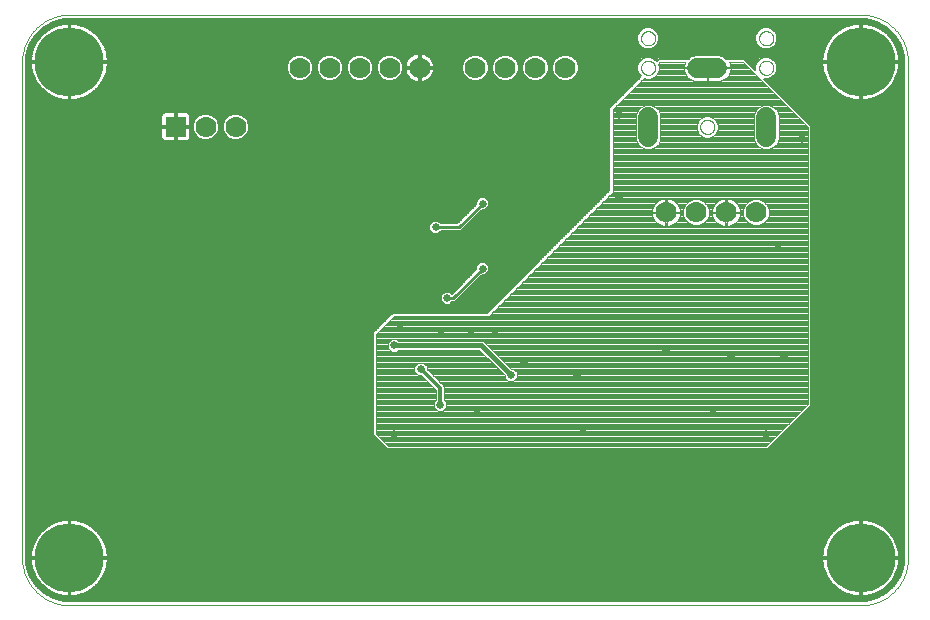
<source format=gbl>
G75*
%MOIN*%
%OFA0B0*%
%FSLAX25Y25*%
%IPPOS*%
%LPD*%
%AMOC8*
5,1,8,0,0,1.08239X$1,22.5*
%
%ADD10C,0.00000*%
%ADD11C,0.23000*%
%ADD12C,0.07000*%
%ADD13R,0.07000X0.07000*%
%ADD14C,0.06600*%
%ADD15C,0.02578*%
%ADD16C,0.01600*%
%ADD17C,0.00591*%
%ADD18C,0.00400*%
%ADD19C,0.01000*%
%ADD20C,0.01200*%
D10*
X0023458Y0024622D02*
X0023458Y0189976D01*
X0023463Y0190357D01*
X0023476Y0190737D01*
X0023499Y0191117D01*
X0023532Y0191496D01*
X0023573Y0191874D01*
X0023623Y0192251D01*
X0023683Y0192627D01*
X0023751Y0193002D01*
X0023829Y0193374D01*
X0023916Y0193745D01*
X0024011Y0194113D01*
X0024116Y0194479D01*
X0024229Y0194842D01*
X0024351Y0195203D01*
X0024481Y0195560D01*
X0024621Y0195914D01*
X0024768Y0196265D01*
X0024925Y0196612D01*
X0025089Y0196955D01*
X0025262Y0197294D01*
X0025443Y0197629D01*
X0025632Y0197960D01*
X0025829Y0198285D01*
X0026033Y0198606D01*
X0026246Y0198922D01*
X0026466Y0199232D01*
X0026693Y0199538D01*
X0026928Y0199837D01*
X0027170Y0200131D01*
X0027418Y0200419D01*
X0027674Y0200701D01*
X0027937Y0200976D01*
X0028206Y0201245D01*
X0028481Y0201508D01*
X0028763Y0201764D01*
X0029051Y0202012D01*
X0029345Y0202254D01*
X0029644Y0202489D01*
X0029950Y0202716D01*
X0030260Y0202936D01*
X0030576Y0203149D01*
X0030897Y0203353D01*
X0031222Y0203550D01*
X0031553Y0203739D01*
X0031888Y0203920D01*
X0032227Y0204093D01*
X0032570Y0204257D01*
X0032917Y0204414D01*
X0033268Y0204561D01*
X0033622Y0204701D01*
X0033979Y0204831D01*
X0034340Y0204953D01*
X0034703Y0205066D01*
X0035069Y0205171D01*
X0035437Y0205266D01*
X0035808Y0205353D01*
X0036180Y0205431D01*
X0036555Y0205499D01*
X0036931Y0205559D01*
X0037308Y0205609D01*
X0037686Y0205650D01*
X0038065Y0205683D01*
X0038445Y0205706D01*
X0038825Y0205719D01*
X0039206Y0205724D01*
X0302985Y0205724D01*
X0303366Y0205719D01*
X0303746Y0205706D01*
X0304126Y0205683D01*
X0304505Y0205650D01*
X0304883Y0205609D01*
X0305260Y0205559D01*
X0305636Y0205499D01*
X0306011Y0205431D01*
X0306383Y0205353D01*
X0306754Y0205266D01*
X0307122Y0205171D01*
X0307488Y0205066D01*
X0307851Y0204953D01*
X0308212Y0204831D01*
X0308569Y0204701D01*
X0308923Y0204561D01*
X0309274Y0204414D01*
X0309621Y0204257D01*
X0309964Y0204093D01*
X0310303Y0203920D01*
X0310638Y0203739D01*
X0310969Y0203550D01*
X0311294Y0203353D01*
X0311615Y0203149D01*
X0311931Y0202936D01*
X0312241Y0202716D01*
X0312547Y0202489D01*
X0312846Y0202254D01*
X0313140Y0202012D01*
X0313428Y0201764D01*
X0313710Y0201508D01*
X0313985Y0201245D01*
X0314254Y0200976D01*
X0314517Y0200701D01*
X0314773Y0200419D01*
X0315021Y0200131D01*
X0315263Y0199837D01*
X0315498Y0199538D01*
X0315725Y0199232D01*
X0315945Y0198922D01*
X0316158Y0198606D01*
X0316362Y0198285D01*
X0316559Y0197960D01*
X0316748Y0197629D01*
X0316929Y0197294D01*
X0317102Y0196955D01*
X0317266Y0196612D01*
X0317423Y0196265D01*
X0317570Y0195914D01*
X0317710Y0195560D01*
X0317840Y0195203D01*
X0317962Y0194842D01*
X0318075Y0194479D01*
X0318180Y0194113D01*
X0318275Y0193745D01*
X0318362Y0193374D01*
X0318440Y0193002D01*
X0318508Y0192627D01*
X0318568Y0192251D01*
X0318618Y0191874D01*
X0318659Y0191496D01*
X0318692Y0191117D01*
X0318715Y0190737D01*
X0318728Y0190357D01*
X0318733Y0189976D01*
X0318733Y0024622D01*
X0318728Y0024241D01*
X0318715Y0023861D01*
X0318692Y0023481D01*
X0318659Y0023102D01*
X0318618Y0022724D01*
X0318568Y0022347D01*
X0318508Y0021971D01*
X0318440Y0021596D01*
X0318362Y0021224D01*
X0318275Y0020853D01*
X0318180Y0020485D01*
X0318075Y0020119D01*
X0317962Y0019756D01*
X0317840Y0019395D01*
X0317710Y0019038D01*
X0317570Y0018684D01*
X0317423Y0018333D01*
X0317266Y0017986D01*
X0317102Y0017643D01*
X0316929Y0017304D01*
X0316748Y0016969D01*
X0316559Y0016638D01*
X0316362Y0016313D01*
X0316158Y0015992D01*
X0315945Y0015676D01*
X0315725Y0015366D01*
X0315498Y0015060D01*
X0315263Y0014761D01*
X0315021Y0014467D01*
X0314773Y0014179D01*
X0314517Y0013897D01*
X0314254Y0013622D01*
X0313985Y0013353D01*
X0313710Y0013090D01*
X0313428Y0012834D01*
X0313140Y0012586D01*
X0312846Y0012344D01*
X0312547Y0012109D01*
X0312241Y0011882D01*
X0311931Y0011662D01*
X0311615Y0011449D01*
X0311294Y0011245D01*
X0310969Y0011048D01*
X0310638Y0010859D01*
X0310303Y0010678D01*
X0309964Y0010505D01*
X0309621Y0010341D01*
X0309274Y0010184D01*
X0308923Y0010037D01*
X0308569Y0009897D01*
X0308212Y0009767D01*
X0307851Y0009645D01*
X0307488Y0009532D01*
X0307122Y0009427D01*
X0306754Y0009332D01*
X0306383Y0009245D01*
X0306011Y0009167D01*
X0305636Y0009099D01*
X0305260Y0009039D01*
X0304883Y0008989D01*
X0304505Y0008948D01*
X0304126Y0008915D01*
X0303746Y0008892D01*
X0303366Y0008879D01*
X0302985Y0008874D01*
X0039206Y0008874D01*
X0038825Y0008879D01*
X0038445Y0008892D01*
X0038065Y0008915D01*
X0037686Y0008948D01*
X0037308Y0008989D01*
X0036931Y0009039D01*
X0036555Y0009099D01*
X0036180Y0009167D01*
X0035808Y0009245D01*
X0035437Y0009332D01*
X0035069Y0009427D01*
X0034703Y0009532D01*
X0034340Y0009645D01*
X0033979Y0009767D01*
X0033622Y0009897D01*
X0033268Y0010037D01*
X0032917Y0010184D01*
X0032570Y0010341D01*
X0032227Y0010505D01*
X0031888Y0010678D01*
X0031553Y0010859D01*
X0031222Y0011048D01*
X0030897Y0011245D01*
X0030576Y0011449D01*
X0030260Y0011662D01*
X0029950Y0011882D01*
X0029644Y0012109D01*
X0029345Y0012344D01*
X0029051Y0012586D01*
X0028763Y0012834D01*
X0028481Y0013090D01*
X0028206Y0013353D01*
X0027937Y0013622D01*
X0027674Y0013897D01*
X0027418Y0014179D01*
X0027170Y0014467D01*
X0026928Y0014761D01*
X0026693Y0015060D01*
X0026466Y0015366D01*
X0026246Y0015676D01*
X0026033Y0015992D01*
X0025829Y0016313D01*
X0025632Y0016638D01*
X0025443Y0016969D01*
X0025262Y0017304D01*
X0025089Y0017643D01*
X0024925Y0017986D01*
X0024768Y0018333D01*
X0024621Y0018684D01*
X0024481Y0019038D01*
X0024351Y0019395D01*
X0024229Y0019756D01*
X0024116Y0020119D01*
X0024011Y0020485D01*
X0023916Y0020853D01*
X0023829Y0021224D01*
X0023751Y0021596D01*
X0023683Y0021971D01*
X0023623Y0022347D01*
X0023573Y0022724D01*
X0023532Y0023102D01*
X0023499Y0023481D01*
X0023476Y0023861D01*
X0023463Y0024241D01*
X0023458Y0024622D01*
X0249442Y0168323D02*
X0249444Y0168420D01*
X0249450Y0168517D01*
X0249460Y0168613D01*
X0249474Y0168709D01*
X0249492Y0168805D01*
X0249513Y0168899D01*
X0249539Y0168993D01*
X0249568Y0169085D01*
X0249602Y0169176D01*
X0249638Y0169266D01*
X0249679Y0169354D01*
X0249723Y0169440D01*
X0249771Y0169525D01*
X0249822Y0169607D01*
X0249876Y0169688D01*
X0249934Y0169766D01*
X0249995Y0169841D01*
X0250058Y0169914D01*
X0250125Y0169985D01*
X0250195Y0170052D01*
X0250267Y0170117D01*
X0250342Y0170178D01*
X0250420Y0170237D01*
X0250499Y0170292D01*
X0250581Y0170344D01*
X0250665Y0170392D01*
X0250751Y0170437D01*
X0250839Y0170479D01*
X0250928Y0170517D01*
X0251019Y0170551D01*
X0251111Y0170581D01*
X0251204Y0170608D01*
X0251299Y0170630D01*
X0251394Y0170649D01*
X0251490Y0170664D01*
X0251586Y0170675D01*
X0251683Y0170682D01*
X0251780Y0170685D01*
X0251877Y0170684D01*
X0251974Y0170679D01*
X0252070Y0170670D01*
X0252166Y0170657D01*
X0252262Y0170640D01*
X0252357Y0170619D01*
X0252450Y0170595D01*
X0252543Y0170566D01*
X0252635Y0170534D01*
X0252725Y0170498D01*
X0252813Y0170459D01*
X0252900Y0170415D01*
X0252985Y0170369D01*
X0253068Y0170318D01*
X0253149Y0170265D01*
X0253227Y0170208D01*
X0253304Y0170148D01*
X0253377Y0170085D01*
X0253448Y0170019D01*
X0253516Y0169950D01*
X0253582Y0169878D01*
X0253644Y0169804D01*
X0253703Y0169727D01*
X0253759Y0169648D01*
X0253812Y0169566D01*
X0253862Y0169483D01*
X0253907Y0169397D01*
X0253950Y0169310D01*
X0253989Y0169221D01*
X0254024Y0169131D01*
X0254055Y0169039D01*
X0254082Y0168946D01*
X0254106Y0168852D01*
X0254126Y0168757D01*
X0254142Y0168661D01*
X0254154Y0168565D01*
X0254162Y0168468D01*
X0254166Y0168371D01*
X0254166Y0168275D01*
X0254162Y0168178D01*
X0254154Y0168081D01*
X0254142Y0167985D01*
X0254126Y0167889D01*
X0254106Y0167794D01*
X0254082Y0167700D01*
X0254055Y0167607D01*
X0254024Y0167515D01*
X0253989Y0167425D01*
X0253950Y0167336D01*
X0253907Y0167249D01*
X0253862Y0167163D01*
X0253812Y0167080D01*
X0253759Y0166998D01*
X0253703Y0166919D01*
X0253644Y0166842D01*
X0253582Y0166768D01*
X0253516Y0166696D01*
X0253448Y0166627D01*
X0253377Y0166561D01*
X0253304Y0166498D01*
X0253227Y0166438D01*
X0253149Y0166381D01*
X0253068Y0166328D01*
X0252985Y0166277D01*
X0252900Y0166231D01*
X0252813Y0166187D01*
X0252725Y0166148D01*
X0252635Y0166112D01*
X0252543Y0166080D01*
X0252450Y0166051D01*
X0252357Y0166027D01*
X0252262Y0166006D01*
X0252166Y0165989D01*
X0252070Y0165976D01*
X0251974Y0165967D01*
X0251877Y0165962D01*
X0251780Y0165961D01*
X0251683Y0165964D01*
X0251586Y0165971D01*
X0251490Y0165982D01*
X0251394Y0165997D01*
X0251299Y0166016D01*
X0251204Y0166038D01*
X0251111Y0166065D01*
X0251019Y0166095D01*
X0250928Y0166129D01*
X0250839Y0166167D01*
X0250751Y0166209D01*
X0250665Y0166254D01*
X0250581Y0166302D01*
X0250499Y0166354D01*
X0250420Y0166409D01*
X0250342Y0166468D01*
X0250267Y0166529D01*
X0250195Y0166594D01*
X0250125Y0166661D01*
X0250058Y0166732D01*
X0249995Y0166805D01*
X0249934Y0166880D01*
X0249876Y0166958D01*
X0249822Y0167039D01*
X0249771Y0167121D01*
X0249723Y0167206D01*
X0249679Y0167292D01*
X0249638Y0167380D01*
X0249602Y0167470D01*
X0249568Y0167561D01*
X0249539Y0167653D01*
X0249513Y0167747D01*
X0249492Y0167841D01*
X0249474Y0167937D01*
X0249460Y0168033D01*
X0249450Y0168129D01*
X0249444Y0168226D01*
X0249442Y0168323D01*
X0229757Y0188008D02*
X0229759Y0188105D01*
X0229765Y0188202D01*
X0229775Y0188298D01*
X0229789Y0188394D01*
X0229807Y0188490D01*
X0229828Y0188584D01*
X0229854Y0188678D01*
X0229883Y0188770D01*
X0229917Y0188861D01*
X0229953Y0188951D01*
X0229994Y0189039D01*
X0230038Y0189125D01*
X0230086Y0189210D01*
X0230137Y0189292D01*
X0230191Y0189373D01*
X0230249Y0189451D01*
X0230310Y0189526D01*
X0230373Y0189599D01*
X0230440Y0189670D01*
X0230510Y0189737D01*
X0230582Y0189802D01*
X0230657Y0189863D01*
X0230735Y0189922D01*
X0230814Y0189977D01*
X0230896Y0190029D01*
X0230980Y0190077D01*
X0231066Y0190122D01*
X0231154Y0190164D01*
X0231243Y0190202D01*
X0231334Y0190236D01*
X0231426Y0190266D01*
X0231519Y0190293D01*
X0231614Y0190315D01*
X0231709Y0190334D01*
X0231805Y0190349D01*
X0231901Y0190360D01*
X0231998Y0190367D01*
X0232095Y0190370D01*
X0232192Y0190369D01*
X0232289Y0190364D01*
X0232385Y0190355D01*
X0232481Y0190342D01*
X0232577Y0190325D01*
X0232672Y0190304D01*
X0232765Y0190280D01*
X0232858Y0190251D01*
X0232950Y0190219D01*
X0233040Y0190183D01*
X0233128Y0190144D01*
X0233215Y0190100D01*
X0233300Y0190054D01*
X0233383Y0190003D01*
X0233464Y0189950D01*
X0233542Y0189893D01*
X0233619Y0189833D01*
X0233692Y0189770D01*
X0233763Y0189704D01*
X0233831Y0189635D01*
X0233897Y0189563D01*
X0233959Y0189489D01*
X0234018Y0189412D01*
X0234074Y0189333D01*
X0234127Y0189251D01*
X0234177Y0189168D01*
X0234222Y0189082D01*
X0234265Y0188995D01*
X0234304Y0188906D01*
X0234339Y0188816D01*
X0234370Y0188724D01*
X0234397Y0188631D01*
X0234421Y0188537D01*
X0234441Y0188442D01*
X0234457Y0188346D01*
X0234469Y0188250D01*
X0234477Y0188153D01*
X0234481Y0188056D01*
X0234481Y0187960D01*
X0234477Y0187863D01*
X0234469Y0187766D01*
X0234457Y0187670D01*
X0234441Y0187574D01*
X0234421Y0187479D01*
X0234397Y0187385D01*
X0234370Y0187292D01*
X0234339Y0187200D01*
X0234304Y0187110D01*
X0234265Y0187021D01*
X0234222Y0186934D01*
X0234177Y0186848D01*
X0234127Y0186765D01*
X0234074Y0186683D01*
X0234018Y0186604D01*
X0233959Y0186527D01*
X0233897Y0186453D01*
X0233831Y0186381D01*
X0233763Y0186312D01*
X0233692Y0186246D01*
X0233619Y0186183D01*
X0233542Y0186123D01*
X0233464Y0186066D01*
X0233383Y0186013D01*
X0233300Y0185962D01*
X0233215Y0185916D01*
X0233128Y0185872D01*
X0233040Y0185833D01*
X0232950Y0185797D01*
X0232858Y0185765D01*
X0232765Y0185736D01*
X0232672Y0185712D01*
X0232577Y0185691D01*
X0232481Y0185674D01*
X0232385Y0185661D01*
X0232289Y0185652D01*
X0232192Y0185647D01*
X0232095Y0185646D01*
X0231998Y0185649D01*
X0231901Y0185656D01*
X0231805Y0185667D01*
X0231709Y0185682D01*
X0231614Y0185701D01*
X0231519Y0185723D01*
X0231426Y0185750D01*
X0231334Y0185780D01*
X0231243Y0185814D01*
X0231154Y0185852D01*
X0231066Y0185894D01*
X0230980Y0185939D01*
X0230896Y0185987D01*
X0230814Y0186039D01*
X0230735Y0186094D01*
X0230657Y0186153D01*
X0230582Y0186214D01*
X0230510Y0186279D01*
X0230440Y0186346D01*
X0230373Y0186417D01*
X0230310Y0186490D01*
X0230249Y0186565D01*
X0230191Y0186643D01*
X0230137Y0186724D01*
X0230086Y0186806D01*
X0230038Y0186891D01*
X0229994Y0186977D01*
X0229953Y0187065D01*
X0229917Y0187155D01*
X0229883Y0187246D01*
X0229854Y0187338D01*
X0229828Y0187432D01*
X0229807Y0187526D01*
X0229789Y0187622D01*
X0229775Y0187718D01*
X0229765Y0187814D01*
X0229759Y0187911D01*
X0229757Y0188008D01*
X0229757Y0197850D02*
X0229759Y0197947D01*
X0229765Y0198044D01*
X0229775Y0198140D01*
X0229789Y0198236D01*
X0229807Y0198332D01*
X0229828Y0198426D01*
X0229854Y0198520D01*
X0229883Y0198612D01*
X0229917Y0198703D01*
X0229953Y0198793D01*
X0229994Y0198881D01*
X0230038Y0198967D01*
X0230086Y0199052D01*
X0230137Y0199134D01*
X0230191Y0199215D01*
X0230249Y0199293D01*
X0230310Y0199368D01*
X0230373Y0199441D01*
X0230440Y0199512D01*
X0230510Y0199579D01*
X0230582Y0199644D01*
X0230657Y0199705D01*
X0230735Y0199764D01*
X0230814Y0199819D01*
X0230896Y0199871D01*
X0230980Y0199919D01*
X0231066Y0199964D01*
X0231154Y0200006D01*
X0231243Y0200044D01*
X0231334Y0200078D01*
X0231426Y0200108D01*
X0231519Y0200135D01*
X0231614Y0200157D01*
X0231709Y0200176D01*
X0231805Y0200191D01*
X0231901Y0200202D01*
X0231998Y0200209D01*
X0232095Y0200212D01*
X0232192Y0200211D01*
X0232289Y0200206D01*
X0232385Y0200197D01*
X0232481Y0200184D01*
X0232577Y0200167D01*
X0232672Y0200146D01*
X0232765Y0200122D01*
X0232858Y0200093D01*
X0232950Y0200061D01*
X0233040Y0200025D01*
X0233128Y0199986D01*
X0233215Y0199942D01*
X0233300Y0199896D01*
X0233383Y0199845D01*
X0233464Y0199792D01*
X0233542Y0199735D01*
X0233619Y0199675D01*
X0233692Y0199612D01*
X0233763Y0199546D01*
X0233831Y0199477D01*
X0233897Y0199405D01*
X0233959Y0199331D01*
X0234018Y0199254D01*
X0234074Y0199175D01*
X0234127Y0199093D01*
X0234177Y0199010D01*
X0234222Y0198924D01*
X0234265Y0198837D01*
X0234304Y0198748D01*
X0234339Y0198658D01*
X0234370Y0198566D01*
X0234397Y0198473D01*
X0234421Y0198379D01*
X0234441Y0198284D01*
X0234457Y0198188D01*
X0234469Y0198092D01*
X0234477Y0197995D01*
X0234481Y0197898D01*
X0234481Y0197802D01*
X0234477Y0197705D01*
X0234469Y0197608D01*
X0234457Y0197512D01*
X0234441Y0197416D01*
X0234421Y0197321D01*
X0234397Y0197227D01*
X0234370Y0197134D01*
X0234339Y0197042D01*
X0234304Y0196952D01*
X0234265Y0196863D01*
X0234222Y0196776D01*
X0234177Y0196690D01*
X0234127Y0196607D01*
X0234074Y0196525D01*
X0234018Y0196446D01*
X0233959Y0196369D01*
X0233897Y0196295D01*
X0233831Y0196223D01*
X0233763Y0196154D01*
X0233692Y0196088D01*
X0233619Y0196025D01*
X0233542Y0195965D01*
X0233464Y0195908D01*
X0233383Y0195855D01*
X0233300Y0195804D01*
X0233215Y0195758D01*
X0233128Y0195714D01*
X0233040Y0195675D01*
X0232950Y0195639D01*
X0232858Y0195607D01*
X0232765Y0195578D01*
X0232672Y0195554D01*
X0232577Y0195533D01*
X0232481Y0195516D01*
X0232385Y0195503D01*
X0232289Y0195494D01*
X0232192Y0195489D01*
X0232095Y0195488D01*
X0231998Y0195491D01*
X0231901Y0195498D01*
X0231805Y0195509D01*
X0231709Y0195524D01*
X0231614Y0195543D01*
X0231519Y0195565D01*
X0231426Y0195592D01*
X0231334Y0195622D01*
X0231243Y0195656D01*
X0231154Y0195694D01*
X0231066Y0195736D01*
X0230980Y0195781D01*
X0230896Y0195829D01*
X0230814Y0195881D01*
X0230735Y0195936D01*
X0230657Y0195995D01*
X0230582Y0196056D01*
X0230510Y0196121D01*
X0230440Y0196188D01*
X0230373Y0196259D01*
X0230310Y0196332D01*
X0230249Y0196407D01*
X0230191Y0196485D01*
X0230137Y0196566D01*
X0230086Y0196648D01*
X0230038Y0196733D01*
X0229994Y0196819D01*
X0229953Y0196907D01*
X0229917Y0196997D01*
X0229883Y0197088D01*
X0229854Y0197180D01*
X0229828Y0197274D01*
X0229807Y0197368D01*
X0229789Y0197464D01*
X0229775Y0197560D01*
X0229765Y0197656D01*
X0229759Y0197753D01*
X0229757Y0197850D01*
X0269127Y0197850D02*
X0269129Y0197947D01*
X0269135Y0198044D01*
X0269145Y0198140D01*
X0269159Y0198236D01*
X0269177Y0198332D01*
X0269198Y0198426D01*
X0269224Y0198520D01*
X0269253Y0198612D01*
X0269287Y0198703D01*
X0269323Y0198793D01*
X0269364Y0198881D01*
X0269408Y0198967D01*
X0269456Y0199052D01*
X0269507Y0199134D01*
X0269561Y0199215D01*
X0269619Y0199293D01*
X0269680Y0199368D01*
X0269743Y0199441D01*
X0269810Y0199512D01*
X0269880Y0199579D01*
X0269952Y0199644D01*
X0270027Y0199705D01*
X0270105Y0199764D01*
X0270184Y0199819D01*
X0270266Y0199871D01*
X0270350Y0199919D01*
X0270436Y0199964D01*
X0270524Y0200006D01*
X0270613Y0200044D01*
X0270704Y0200078D01*
X0270796Y0200108D01*
X0270889Y0200135D01*
X0270984Y0200157D01*
X0271079Y0200176D01*
X0271175Y0200191D01*
X0271271Y0200202D01*
X0271368Y0200209D01*
X0271465Y0200212D01*
X0271562Y0200211D01*
X0271659Y0200206D01*
X0271755Y0200197D01*
X0271851Y0200184D01*
X0271947Y0200167D01*
X0272042Y0200146D01*
X0272135Y0200122D01*
X0272228Y0200093D01*
X0272320Y0200061D01*
X0272410Y0200025D01*
X0272498Y0199986D01*
X0272585Y0199942D01*
X0272670Y0199896D01*
X0272753Y0199845D01*
X0272834Y0199792D01*
X0272912Y0199735D01*
X0272989Y0199675D01*
X0273062Y0199612D01*
X0273133Y0199546D01*
X0273201Y0199477D01*
X0273267Y0199405D01*
X0273329Y0199331D01*
X0273388Y0199254D01*
X0273444Y0199175D01*
X0273497Y0199093D01*
X0273547Y0199010D01*
X0273592Y0198924D01*
X0273635Y0198837D01*
X0273674Y0198748D01*
X0273709Y0198658D01*
X0273740Y0198566D01*
X0273767Y0198473D01*
X0273791Y0198379D01*
X0273811Y0198284D01*
X0273827Y0198188D01*
X0273839Y0198092D01*
X0273847Y0197995D01*
X0273851Y0197898D01*
X0273851Y0197802D01*
X0273847Y0197705D01*
X0273839Y0197608D01*
X0273827Y0197512D01*
X0273811Y0197416D01*
X0273791Y0197321D01*
X0273767Y0197227D01*
X0273740Y0197134D01*
X0273709Y0197042D01*
X0273674Y0196952D01*
X0273635Y0196863D01*
X0273592Y0196776D01*
X0273547Y0196690D01*
X0273497Y0196607D01*
X0273444Y0196525D01*
X0273388Y0196446D01*
X0273329Y0196369D01*
X0273267Y0196295D01*
X0273201Y0196223D01*
X0273133Y0196154D01*
X0273062Y0196088D01*
X0272989Y0196025D01*
X0272912Y0195965D01*
X0272834Y0195908D01*
X0272753Y0195855D01*
X0272670Y0195804D01*
X0272585Y0195758D01*
X0272498Y0195714D01*
X0272410Y0195675D01*
X0272320Y0195639D01*
X0272228Y0195607D01*
X0272135Y0195578D01*
X0272042Y0195554D01*
X0271947Y0195533D01*
X0271851Y0195516D01*
X0271755Y0195503D01*
X0271659Y0195494D01*
X0271562Y0195489D01*
X0271465Y0195488D01*
X0271368Y0195491D01*
X0271271Y0195498D01*
X0271175Y0195509D01*
X0271079Y0195524D01*
X0270984Y0195543D01*
X0270889Y0195565D01*
X0270796Y0195592D01*
X0270704Y0195622D01*
X0270613Y0195656D01*
X0270524Y0195694D01*
X0270436Y0195736D01*
X0270350Y0195781D01*
X0270266Y0195829D01*
X0270184Y0195881D01*
X0270105Y0195936D01*
X0270027Y0195995D01*
X0269952Y0196056D01*
X0269880Y0196121D01*
X0269810Y0196188D01*
X0269743Y0196259D01*
X0269680Y0196332D01*
X0269619Y0196407D01*
X0269561Y0196485D01*
X0269507Y0196566D01*
X0269456Y0196648D01*
X0269408Y0196733D01*
X0269364Y0196819D01*
X0269323Y0196907D01*
X0269287Y0196997D01*
X0269253Y0197088D01*
X0269224Y0197180D01*
X0269198Y0197274D01*
X0269177Y0197368D01*
X0269159Y0197464D01*
X0269145Y0197560D01*
X0269135Y0197656D01*
X0269129Y0197753D01*
X0269127Y0197850D01*
X0269127Y0188008D02*
X0269129Y0188105D01*
X0269135Y0188202D01*
X0269145Y0188298D01*
X0269159Y0188394D01*
X0269177Y0188490D01*
X0269198Y0188584D01*
X0269224Y0188678D01*
X0269253Y0188770D01*
X0269287Y0188861D01*
X0269323Y0188951D01*
X0269364Y0189039D01*
X0269408Y0189125D01*
X0269456Y0189210D01*
X0269507Y0189292D01*
X0269561Y0189373D01*
X0269619Y0189451D01*
X0269680Y0189526D01*
X0269743Y0189599D01*
X0269810Y0189670D01*
X0269880Y0189737D01*
X0269952Y0189802D01*
X0270027Y0189863D01*
X0270105Y0189922D01*
X0270184Y0189977D01*
X0270266Y0190029D01*
X0270350Y0190077D01*
X0270436Y0190122D01*
X0270524Y0190164D01*
X0270613Y0190202D01*
X0270704Y0190236D01*
X0270796Y0190266D01*
X0270889Y0190293D01*
X0270984Y0190315D01*
X0271079Y0190334D01*
X0271175Y0190349D01*
X0271271Y0190360D01*
X0271368Y0190367D01*
X0271465Y0190370D01*
X0271562Y0190369D01*
X0271659Y0190364D01*
X0271755Y0190355D01*
X0271851Y0190342D01*
X0271947Y0190325D01*
X0272042Y0190304D01*
X0272135Y0190280D01*
X0272228Y0190251D01*
X0272320Y0190219D01*
X0272410Y0190183D01*
X0272498Y0190144D01*
X0272585Y0190100D01*
X0272670Y0190054D01*
X0272753Y0190003D01*
X0272834Y0189950D01*
X0272912Y0189893D01*
X0272989Y0189833D01*
X0273062Y0189770D01*
X0273133Y0189704D01*
X0273201Y0189635D01*
X0273267Y0189563D01*
X0273329Y0189489D01*
X0273388Y0189412D01*
X0273444Y0189333D01*
X0273497Y0189251D01*
X0273547Y0189168D01*
X0273592Y0189082D01*
X0273635Y0188995D01*
X0273674Y0188906D01*
X0273709Y0188816D01*
X0273740Y0188724D01*
X0273767Y0188631D01*
X0273791Y0188537D01*
X0273811Y0188442D01*
X0273827Y0188346D01*
X0273839Y0188250D01*
X0273847Y0188153D01*
X0273851Y0188056D01*
X0273851Y0187960D01*
X0273847Y0187863D01*
X0273839Y0187766D01*
X0273827Y0187670D01*
X0273811Y0187574D01*
X0273791Y0187479D01*
X0273767Y0187385D01*
X0273740Y0187292D01*
X0273709Y0187200D01*
X0273674Y0187110D01*
X0273635Y0187021D01*
X0273592Y0186934D01*
X0273547Y0186848D01*
X0273497Y0186765D01*
X0273444Y0186683D01*
X0273388Y0186604D01*
X0273329Y0186527D01*
X0273267Y0186453D01*
X0273201Y0186381D01*
X0273133Y0186312D01*
X0273062Y0186246D01*
X0272989Y0186183D01*
X0272912Y0186123D01*
X0272834Y0186066D01*
X0272753Y0186013D01*
X0272670Y0185962D01*
X0272585Y0185916D01*
X0272498Y0185872D01*
X0272410Y0185833D01*
X0272320Y0185797D01*
X0272228Y0185765D01*
X0272135Y0185736D01*
X0272042Y0185712D01*
X0271947Y0185691D01*
X0271851Y0185674D01*
X0271755Y0185661D01*
X0271659Y0185652D01*
X0271562Y0185647D01*
X0271465Y0185646D01*
X0271368Y0185649D01*
X0271271Y0185656D01*
X0271175Y0185667D01*
X0271079Y0185682D01*
X0270984Y0185701D01*
X0270889Y0185723D01*
X0270796Y0185750D01*
X0270704Y0185780D01*
X0270613Y0185814D01*
X0270524Y0185852D01*
X0270436Y0185894D01*
X0270350Y0185939D01*
X0270266Y0185987D01*
X0270184Y0186039D01*
X0270105Y0186094D01*
X0270027Y0186153D01*
X0269952Y0186214D01*
X0269880Y0186279D01*
X0269810Y0186346D01*
X0269743Y0186417D01*
X0269680Y0186490D01*
X0269619Y0186565D01*
X0269561Y0186643D01*
X0269507Y0186724D01*
X0269456Y0186806D01*
X0269408Y0186891D01*
X0269364Y0186977D01*
X0269323Y0187065D01*
X0269287Y0187155D01*
X0269253Y0187246D01*
X0269224Y0187338D01*
X0269198Y0187432D01*
X0269177Y0187526D01*
X0269159Y0187622D01*
X0269145Y0187718D01*
X0269135Y0187814D01*
X0269129Y0187911D01*
X0269127Y0188008D01*
D11*
X0302985Y0189976D03*
X0302985Y0024622D03*
X0039206Y0024622D03*
X0039206Y0189976D03*
D12*
X0084639Y0168323D03*
X0094639Y0168323D03*
X0115977Y0188008D03*
X0125977Y0188008D03*
X0135977Y0188008D03*
X0145977Y0188008D03*
X0155977Y0188008D03*
X0174560Y0188008D03*
X0184560Y0188008D03*
X0194560Y0188008D03*
X0204560Y0188008D03*
X0238064Y0139854D03*
X0248064Y0139854D03*
X0258064Y0139854D03*
X0268064Y0139854D03*
D13*
X0074639Y0168323D03*
D14*
X0232119Y0171623D02*
X0232119Y0165023D01*
X0248504Y0188008D02*
X0255104Y0188008D01*
X0271489Y0171623D02*
X0271489Y0165023D01*
D15*
X0283300Y0164386D03*
X0275426Y0128953D03*
X0238025Y0093520D03*
X0259678Y0091551D03*
X0277395Y0091551D03*
X0253773Y0073835D03*
X0271489Y0065961D03*
X0210466Y0067929D03*
X0208497Y0085646D03*
X0190781Y0089583D03*
X0186333Y0085646D03*
X0175033Y0073835D03*
X0162801Y0075686D03*
X0156303Y0087614D03*
X0147474Y0095488D03*
X0149442Y0101394D03*
X0163222Y0099425D03*
X0173064Y0099425D03*
X0180938Y0099425D03*
X0165190Y0111236D03*
X0177001Y0121079D03*
X0163722Y0124516D03*
X0157816Y0122547D03*
X0161253Y0134858D03*
X0177001Y0142732D03*
X0181438Y0136827D03*
X0198655Y0156512D03*
X0190781Y0160449D03*
X0180938Y0160449D03*
X0171096Y0160449D03*
X0159285Y0160449D03*
X0151411Y0160449D03*
X0147474Y0156512D03*
X0139600Y0115173D03*
X0086450Y0126984D03*
X0058891Y0113205D03*
X0147474Y0065961D03*
X0222277Y0144701D03*
X0210466Y0146669D03*
X0222277Y0172260D03*
D16*
X0176490Y0095488D02*
X0147474Y0095488D01*
X0176490Y0095488D02*
X0186333Y0085646D01*
D17*
X0029790Y0015943D02*
X0027671Y0015943D01*
X0027740Y0015824D02*
X0025853Y0019091D01*
X0024877Y0022736D01*
X0024753Y0024622D01*
X0024753Y0189976D01*
X0024877Y0191863D01*
X0025853Y0195507D01*
X0025853Y0195507D01*
X0027740Y0198775D01*
X0030408Y0201443D01*
X0033675Y0203329D01*
X0037319Y0204305D01*
X0039206Y0204429D01*
X0302985Y0204429D01*
X0304872Y0204305D01*
X0308516Y0203329D01*
X0311784Y0201443D01*
X0314451Y0198775D01*
X0316338Y0195507D01*
X0317314Y0191863D01*
X0317438Y0189976D01*
X0317438Y0024622D01*
X0317314Y0022736D01*
X0316338Y0019091D01*
X0314451Y0015824D01*
X0311784Y0013156D01*
X0308516Y0011269D01*
X0304872Y0010293D01*
X0302985Y0010169D01*
X0039206Y0010169D01*
X0037319Y0010293D01*
X0033675Y0011269D01*
X0030408Y0013156D01*
X0027740Y0015824D01*
X0028210Y0015354D02*
X0030379Y0015354D01*
X0030603Y0015130D02*
X0031574Y0014332D01*
X0032620Y0013634D01*
X0033729Y0013041D01*
X0034890Y0012560D01*
X0036093Y0012195D01*
X0037326Y0011950D01*
X0038577Y0011827D01*
X0038911Y0011827D01*
X0038911Y0024327D01*
X0039501Y0024327D01*
X0039501Y0024917D01*
X0052001Y0024917D01*
X0052001Y0025251D01*
X0051878Y0026502D01*
X0051633Y0027735D01*
X0051268Y0028938D01*
X0050787Y0030099D01*
X0050194Y0031208D01*
X0049495Y0032253D01*
X0048698Y0033225D01*
X0047809Y0034114D01*
X0046837Y0034912D01*
X0045792Y0035610D01*
X0044683Y0036203D01*
X0043522Y0036684D01*
X0042319Y0037049D01*
X0041086Y0037294D01*
X0039834Y0037417D01*
X0039501Y0037417D01*
X0039501Y0024917D01*
X0038911Y0024917D01*
X0038911Y0037417D01*
X0038577Y0037417D01*
X0037326Y0037294D01*
X0036093Y0037049D01*
X0034890Y0036684D01*
X0033729Y0036203D01*
X0032620Y0035610D01*
X0031574Y0034912D01*
X0030603Y0034114D01*
X0029714Y0033225D01*
X0028916Y0032253D01*
X0028218Y0031208D01*
X0027625Y0030099D01*
X0027144Y0028938D01*
X0026779Y0027735D01*
X0026534Y0026502D01*
X0026411Y0025251D01*
X0026411Y0024917D01*
X0038910Y0024917D01*
X0038910Y0024327D01*
X0026411Y0024327D01*
X0026411Y0023993D01*
X0026534Y0022742D01*
X0026779Y0021509D01*
X0027144Y0020306D01*
X0027625Y0019145D01*
X0028218Y0018036D01*
X0028916Y0016991D01*
X0029714Y0016019D01*
X0030603Y0015130D01*
X0031048Y0014765D02*
X0028799Y0014765D01*
X0029388Y0014176D02*
X0031809Y0014176D01*
X0032709Y0013587D02*
X0029977Y0013587D01*
X0030682Y0012997D02*
X0033834Y0012997D01*
X0032723Y0011819D02*
X0309469Y0011819D01*
X0310489Y0012408D02*
X0306801Y0012408D01*
X0307301Y0012560D02*
X0308463Y0013041D01*
X0309571Y0013634D01*
X0310617Y0014332D01*
X0311588Y0015130D01*
X0312477Y0016019D01*
X0313275Y0016991D01*
X0313973Y0018036D01*
X0314566Y0019145D01*
X0315047Y0020306D01*
X0315412Y0021509D01*
X0315657Y0022742D01*
X0315781Y0023993D01*
X0315781Y0024327D01*
X0303281Y0024327D01*
X0303281Y0024917D01*
X0315781Y0024917D01*
X0315781Y0025251D01*
X0315657Y0026502D01*
X0315412Y0027735D01*
X0315047Y0028938D01*
X0314566Y0030099D01*
X0313973Y0031208D01*
X0313275Y0032253D01*
X0312477Y0033225D01*
X0311588Y0034114D01*
X0310617Y0034912D01*
X0309571Y0035610D01*
X0308463Y0036203D01*
X0307301Y0036684D01*
X0306098Y0037049D01*
X0304865Y0037294D01*
X0303614Y0037417D01*
X0303281Y0037417D01*
X0303281Y0024917D01*
X0302690Y0024917D01*
X0302690Y0024327D01*
X0290190Y0024327D01*
X0290190Y0023993D01*
X0290313Y0022742D01*
X0290559Y0021509D01*
X0290923Y0020306D01*
X0291405Y0019145D01*
X0291997Y0018036D01*
X0292696Y0016991D01*
X0293493Y0016019D01*
X0294382Y0015130D01*
X0295354Y0014332D01*
X0296399Y0013634D01*
X0297508Y0013041D01*
X0298670Y0012560D01*
X0299873Y0012195D01*
X0301106Y0011950D01*
X0302357Y0011827D01*
X0302690Y0011827D01*
X0302690Y0024327D01*
X0303281Y0024327D01*
X0303281Y0011827D01*
X0303614Y0011827D01*
X0304865Y0011950D01*
X0306098Y0012195D01*
X0307301Y0012560D01*
X0308357Y0012997D02*
X0311509Y0012997D01*
X0312214Y0013587D02*
X0309483Y0013587D01*
X0310382Y0014176D02*
X0312803Y0014176D01*
X0313392Y0014765D02*
X0311143Y0014765D01*
X0311812Y0015354D02*
X0313981Y0015354D01*
X0314520Y0015943D02*
X0312401Y0015943D01*
X0312898Y0016532D02*
X0314860Y0016532D01*
X0315200Y0017121D02*
X0313362Y0017121D01*
X0313756Y0017710D02*
X0315540Y0017710D01*
X0315881Y0018299D02*
X0314114Y0018299D01*
X0314429Y0018888D02*
X0316221Y0018888D01*
X0316441Y0019477D02*
X0314704Y0019477D01*
X0314948Y0020066D02*
X0316599Y0020066D01*
X0316757Y0020655D02*
X0315153Y0020655D01*
X0315332Y0021244D02*
X0316915Y0021244D01*
X0317073Y0021833D02*
X0315477Y0021833D01*
X0315594Y0022422D02*
X0317231Y0022422D01*
X0317333Y0023012D02*
X0315684Y0023012D01*
X0315742Y0023601D02*
X0317371Y0023601D01*
X0317410Y0024190D02*
X0315781Y0024190D01*
X0315769Y0025368D02*
X0317438Y0025368D01*
X0317438Y0025957D02*
X0315711Y0025957D01*
X0315649Y0026546D02*
X0317438Y0026546D01*
X0317438Y0027135D02*
X0315531Y0027135D01*
X0315414Y0027724D02*
X0317438Y0027724D01*
X0317438Y0028313D02*
X0315237Y0028313D01*
X0315058Y0028902D02*
X0317438Y0028902D01*
X0317438Y0029491D02*
X0314818Y0029491D01*
X0314574Y0030080D02*
X0317438Y0030080D01*
X0317438Y0030669D02*
X0314261Y0030669D01*
X0313940Y0031258D02*
X0317438Y0031258D01*
X0317438Y0031847D02*
X0313546Y0031847D01*
X0313125Y0032437D02*
X0317438Y0032437D01*
X0317438Y0033026D02*
X0312641Y0033026D01*
X0312088Y0033615D02*
X0317438Y0033615D01*
X0317438Y0034204D02*
X0311479Y0034204D01*
X0310762Y0034793D02*
X0317438Y0034793D01*
X0317438Y0035382D02*
X0309913Y0035382D01*
X0308896Y0035971D02*
X0317438Y0035971D01*
X0317438Y0036560D02*
X0307600Y0036560D01*
X0305594Y0037149D02*
X0317438Y0037149D01*
X0317438Y0037738D02*
X0024753Y0037738D01*
X0024753Y0037149D02*
X0036597Y0037149D01*
X0034591Y0036560D02*
X0024753Y0036560D01*
X0024753Y0035971D02*
X0033295Y0035971D01*
X0032278Y0035382D02*
X0024753Y0035382D01*
X0024753Y0034793D02*
X0031430Y0034793D01*
X0030712Y0034204D02*
X0024753Y0034204D01*
X0024753Y0033615D02*
X0030103Y0033615D01*
X0029550Y0033026D02*
X0024753Y0033026D01*
X0024753Y0032437D02*
X0029066Y0032437D01*
X0028645Y0031847D02*
X0024753Y0031847D01*
X0024753Y0031258D02*
X0028251Y0031258D01*
X0027930Y0030669D02*
X0024753Y0030669D01*
X0024753Y0030080D02*
X0027617Y0030080D01*
X0027373Y0029491D02*
X0024753Y0029491D01*
X0024753Y0028902D02*
X0027133Y0028902D01*
X0026954Y0028313D02*
X0024753Y0028313D01*
X0024753Y0027724D02*
X0026777Y0027724D01*
X0026660Y0027135D02*
X0024753Y0027135D01*
X0024753Y0026546D02*
X0026543Y0026546D01*
X0026480Y0025957D02*
X0024753Y0025957D01*
X0024753Y0025368D02*
X0026422Y0025368D01*
X0026411Y0024190D02*
X0024781Y0024190D01*
X0024753Y0024779D02*
X0038910Y0024779D01*
X0038911Y0025368D02*
X0039501Y0025368D01*
X0039501Y0025957D02*
X0038911Y0025957D01*
X0038911Y0026546D02*
X0039501Y0026546D01*
X0039501Y0027135D02*
X0038911Y0027135D01*
X0038911Y0027724D02*
X0039501Y0027724D01*
X0039501Y0028313D02*
X0038911Y0028313D01*
X0038911Y0028902D02*
X0039501Y0028902D01*
X0039501Y0029491D02*
X0038911Y0029491D01*
X0038911Y0030080D02*
X0039501Y0030080D01*
X0039501Y0030669D02*
X0038911Y0030669D01*
X0038911Y0031258D02*
X0039501Y0031258D01*
X0039501Y0031847D02*
X0038911Y0031847D01*
X0038911Y0032437D02*
X0039501Y0032437D01*
X0039501Y0033026D02*
X0038911Y0033026D01*
X0038911Y0033615D02*
X0039501Y0033615D01*
X0039501Y0034204D02*
X0038911Y0034204D01*
X0038911Y0034793D02*
X0039501Y0034793D01*
X0039501Y0035382D02*
X0038911Y0035382D01*
X0038911Y0035971D02*
X0039501Y0035971D01*
X0039501Y0036560D02*
X0038911Y0036560D01*
X0038911Y0037149D02*
X0039501Y0037149D01*
X0041815Y0037149D02*
X0300376Y0037149D01*
X0299873Y0037049D02*
X0298670Y0036684D01*
X0297508Y0036203D01*
X0296399Y0035610D01*
X0295354Y0034912D01*
X0294382Y0034114D01*
X0293493Y0033225D01*
X0292696Y0032253D01*
X0291997Y0031208D01*
X0291405Y0030099D01*
X0290923Y0028938D01*
X0290559Y0027735D01*
X0290313Y0026502D01*
X0290190Y0025251D01*
X0290190Y0024917D01*
X0302690Y0024917D01*
X0302690Y0037417D01*
X0302357Y0037417D01*
X0301106Y0037294D01*
X0299873Y0037049D01*
X0298370Y0036560D02*
X0043821Y0036560D01*
X0045117Y0035971D02*
X0297074Y0035971D01*
X0296058Y0035382D02*
X0046134Y0035382D01*
X0046982Y0034793D02*
X0295209Y0034793D01*
X0294491Y0034204D02*
X0047700Y0034204D01*
X0048308Y0033615D02*
X0293883Y0033615D01*
X0293329Y0033026D02*
X0048862Y0033026D01*
X0049345Y0032437D02*
X0292846Y0032437D01*
X0292424Y0031847D02*
X0049767Y0031847D01*
X0050160Y0031258D02*
X0292031Y0031258D01*
X0291709Y0030669D02*
X0050482Y0030669D01*
X0050794Y0030080D02*
X0291397Y0030080D01*
X0291153Y0029491D02*
X0051038Y0029491D01*
X0051278Y0028902D02*
X0290913Y0028902D01*
X0290734Y0028313D02*
X0051457Y0028313D01*
X0051635Y0027724D02*
X0290556Y0027724D01*
X0290439Y0027135D02*
X0051752Y0027135D01*
X0051869Y0026546D02*
X0290322Y0026546D01*
X0290260Y0025957D02*
X0051932Y0025957D01*
X0051990Y0025368D02*
X0290202Y0025368D01*
X0290190Y0024190D02*
X0052001Y0024190D01*
X0052001Y0024327D02*
X0039501Y0024327D01*
X0039501Y0011827D01*
X0039834Y0011827D01*
X0041086Y0011950D01*
X0042319Y0012195D01*
X0043522Y0012560D01*
X0044683Y0013041D01*
X0045792Y0013634D01*
X0046837Y0014332D01*
X0047809Y0015130D01*
X0048698Y0016019D01*
X0049495Y0016991D01*
X0050194Y0018036D01*
X0050787Y0019145D01*
X0051268Y0020306D01*
X0051633Y0021509D01*
X0051878Y0022742D01*
X0052001Y0023993D01*
X0052001Y0024327D01*
X0051962Y0023601D02*
X0290229Y0023601D01*
X0290287Y0023012D02*
X0051904Y0023012D01*
X0051814Y0022422D02*
X0290377Y0022422D01*
X0290494Y0021833D02*
X0051697Y0021833D01*
X0051552Y0021244D02*
X0290639Y0021244D01*
X0290818Y0020655D02*
X0051374Y0020655D01*
X0051168Y0020066D02*
X0291023Y0020066D01*
X0291267Y0019477D02*
X0050924Y0019477D01*
X0050649Y0018888D02*
X0291542Y0018888D01*
X0291857Y0018299D02*
X0050334Y0018299D01*
X0049976Y0017710D02*
X0292215Y0017710D01*
X0292609Y0017121D02*
X0049582Y0017121D01*
X0049119Y0016532D02*
X0293072Y0016532D01*
X0293569Y0015943D02*
X0048622Y0015943D01*
X0048033Y0015354D02*
X0294158Y0015354D01*
X0294827Y0014765D02*
X0047364Y0014765D01*
X0046602Y0014176D02*
X0295589Y0014176D01*
X0296488Y0013587D02*
X0045703Y0013587D01*
X0044577Y0012997D02*
X0297614Y0012997D01*
X0299170Y0012408D02*
X0043021Y0012408D01*
X0039501Y0012408D02*
X0038911Y0012408D01*
X0038911Y0012997D02*
X0039501Y0012997D01*
X0039501Y0013587D02*
X0038911Y0013587D01*
X0038911Y0014176D02*
X0039501Y0014176D01*
X0039501Y0014765D02*
X0038911Y0014765D01*
X0038911Y0015354D02*
X0039501Y0015354D01*
X0039501Y0015943D02*
X0038911Y0015943D01*
X0038911Y0016532D02*
X0039501Y0016532D01*
X0039501Y0017121D02*
X0038911Y0017121D01*
X0038911Y0017710D02*
X0039501Y0017710D01*
X0039501Y0018299D02*
X0038911Y0018299D01*
X0038911Y0018888D02*
X0039501Y0018888D01*
X0039501Y0019477D02*
X0038911Y0019477D01*
X0038911Y0020066D02*
X0039501Y0020066D01*
X0039501Y0020655D02*
X0038911Y0020655D01*
X0038911Y0021244D02*
X0039501Y0021244D01*
X0039501Y0021833D02*
X0038911Y0021833D01*
X0038911Y0022422D02*
X0039501Y0022422D01*
X0039501Y0023012D02*
X0038911Y0023012D01*
X0038911Y0023601D02*
X0039501Y0023601D01*
X0039501Y0024190D02*
X0038911Y0024190D01*
X0039501Y0024779D02*
X0302690Y0024779D01*
X0302690Y0025368D02*
X0303281Y0025368D01*
X0303281Y0025957D02*
X0302690Y0025957D01*
X0302690Y0026546D02*
X0303281Y0026546D01*
X0303281Y0027135D02*
X0302690Y0027135D01*
X0302690Y0027724D02*
X0303281Y0027724D01*
X0303281Y0028313D02*
X0302690Y0028313D01*
X0302690Y0028902D02*
X0303281Y0028902D01*
X0303281Y0029491D02*
X0302690Y0029491D01*
X0302690Y0030080D02*
X0303281Y0030080D01*
X0303281Y0030669D02*
X0302690Y0030669D01*
X0302690Y0031258D02*
X0303281Y0031258D01*
X0303281Y0031847D02*
X0302690Y0031847D01*
X0302690Y0032437D02*
X0303281Y0032437D01*
X0303281Y0033026D02*
X0302690Y0033026D01*
X0302690Y0033615D02*
X0303281Y0033615D01*
X0303281Y0034204D02*
X0302690Y0034204D01*
X0302690Y0034793D02*
X0303281Y0034793D01*
X0303281Y0035382D02*
X0302690Y0035382D01*
X0302690Y0035971D02*
X0303281Y0035971D01*
X0303281Y0036560D02*
X0302690Y0036560D01*
X0302690Y0037149D02*
X0303281Y0037149D01*
X0317438Y0038327D02*
X0024753Y0038327D01*
X0024753Y0038916D02*
X0317438Y0038916D01*
X0317438Y0039505D02*
X0024753Y0039505D01*
X0024753Y0040094D02*
X0317438Y0040094D01*
X0317438Y0040683D02*
X0024753Y0040683D01*
X0024753Y0041272D02*
X0317438Y0041272D01*
X0317438Y0041862D02*
X0024753Y0041862D01*
X0024753Y0042451D02*
X0317438Y0042451D01*
X0317438Y0043040D02*
X0024753Y0043040D01*
X0024753Y0043629D02*
X0317438Y0043629D01*
X0317438Y0044218D02*
X0024753Y0044218D01*
X0024753Y0044807D02*
X0317438Y0044807D01*
X0317438Y0045396D02*
X0024753Y0045396D01*
X0024753Y0045985D02*
X0317438Y0045985D01*
X0317438Y0046574D02*
X0024753Y0046574D01*
X0024753Y0047163D02*
X0317438Y0047163D01*
X0317438Y0047752D02*
X0024753Y0047752D01*
X0024753Y0048341D02*
X0317438Y0048341D01*
X0317438Y0048930D02*
X0024753Y0048930D01*
X0024753Y0049519D02*
X0317438Y0049519D01*
X0317438Y0050108D02*
X0024753Y0050108D01*
X0024753Y0050697D02*
X0317438Y0050697D01*
X0317438Y0051287D02*
X0024753Y0051287D01*
X0024753Y0051876D02*
X0317438Y0051876D01*
X0317438Y0052465D02*
X0024753Y0052465D01*
X0024753Y0053054D02*
X0317438Y0053054D01*
X0317438Y0053643D02*
X0024753Y0053643D01*
X0024753Y0054232D02*
X0317438Y0054232D01*
X0317438Y0054821D02*
X0024753Y0054821D01*
X0024753Y0055410D02*
X0317438Y0055410D01*
X0317438Y0055999D02*
X0024753Y0055999D01*
X0024753Y0056588D02*
X0317438Y0056588D01*
X0317438Y0057177D02*
X0024753Y0057177D01*
X0024753Y0057766D02*
X0317438Y0057766D01*
X0317438Y0058355D02*
X0024753Y0058355D01*
X0024753Y0058944D02*
X0317438Y0058944D01*
X0317438Y0059533D02*
X0024753Y0059533D01*
X0024753Y0060122D02*
X0317438Y0060122D01*
X0317438Y0060712D02*
X0024753Y0060712D01*
X0024753Y0061301D02*
X0144679Y0061301D01*
X0145051Y0060928D02*
X0271943Y0060928D01*
X0272585Y0061570D01*
X0286364Y0075349D01*
X0286364Y0168777D01*
X0285722Y0169418D01*
X0270790Y0184350D01*
X0272217Y0184350D01*
X0273561Y0184907D01*
X0274590Y0185936D01*
X0275147Y0187280D01*
X0275147Y0188735D01*
X0274590Y0190080D01*
X0273561Y0191109D01*
X0272217Y0191665D01*
X0270762Y0191665D01*
X0269417Y0191109D01*
X0268389Y0190080D01*
X0267832Y0188735D01*
X0267832Y0187309D01*
X0264069Y0191072D01*
X0257973Y0191072D01*
X0257481Y0191564D01*
X0255939Y0192203D01*
X0247670Y0192203D01*
X0246128Y0191564D01*
X0245635Y0191072D01*
X0235603Y0191072D01*
X0234961Y0190430D01*
X0234915Y0190384D01*
X0234191Y0191109D01*
X0232847Y0191665D01*
X0231392Y0191665D01*
X0230047Y0191109D01*
X0229019Y0190080D01*
X0228462Y0188735D01*
X0228462Y0187280D01*
X0229019Y0185936D01*
X0229743Y0185212D01*
X0219213Y0174682D01*
X0219213Y0147123D01*
X0178516Y0106426D01*
X0147020Y0106426D01*
X0146378Y0105784D01*
X0140473Y0099879D01*
X0140473Y0065507D01*
X0145051Y0060928D01*
X0144090Y0061890D02*
X0024753Y0061890D01*
X0024753Y0062479D02*
X0143501Y0062479D01*
X0142912Y0063068D02*
X0024753Y0063068D01*
X0024753Y0063657D02*
X0142323Y0063657D01*
X0141734Y0064246D02*
X0024753Y0064246D01*
X0024753Y0064835D02*
X0141145Y0064835D01*
X0140556Y0065424D02*
X0024753Y0065424D01*
X0024753Y0066013D02*
X0140473Y0066013D01*
X0140473Y0066602D02*
X0024753Y0066602D01*
X0024753Y0067191D02*
X0140473Y0067191D01*
X0140473Y0067780D02*
X0024753Y0067780D01*
X0024753Y0068369D02*
X0140473Y0068369D01*
X0140473Y0068958D02*
X0024753Y0068958D01*
X0024753Y0069547D02*
X0140473Y0069547D01*
X0140473Y0070137D02*
X0024753Y0070137D01*
X0024753Y0070726D02*
X0140473Y0070726D01*
X0140473Y0071315D02*
X0024753Y0071315D01*
X0024753Y0071904D02*
X0140473Y0071904D01*
X0140473Y0072493D02*
X0024753Y0072493D01*
X0024753Y0073082D02*
X0140473Y0073082D01*
X0140473Y0073671D02*
X0024753Y0073671D01*
X0024753Y0074260D02*
X0140473Y0074260D01*
X0140473Y0074849D02*
X0024753Y0074849D01*
X0024753Y0075438D02*
X0140473Y0075438D01*
X0140473Y0076027D02*
X0024753Y0076027D01*
X0024753Y0076616D02*
X0140473Y0076616D01*
X0140473Y0077205D02*
X0024753Y0077205D01*
X0024753Y0077794D02*
X0140473Y0077794D01*
X0140473Y0078383D02*
X0024753Y0078383D01*
X0024753Y0078972D02*
X0140473Y0078972D01*
X0140473Y0079562D02*
X0024753Y0079562D01*
X0024753Y0080151D02*
X0140473Y0080151D01*
X0140473Y0080740D02*
X0024753Y0080740D01*
X0024753Y0081329D02*
X0140473Y0081329D01*
X0140473Y0081918D02*
X0024753Y0081918D01*
X0024753Y0082507D02*
X0140473Y0082507D01*
X0140473Y0083096D02*
X0024753Y0083096D01*
X0024753Y0083685D02*
X0140473Y0083685D01*
X0140473Y0084274D02*
X0024753Y0084274D01*
X0024753Y0084863D02*
X0140473Y0084863D01*
X0140473Y0085452D02*
X0024753Y0085452D01*
X0024753Y0086041D02*
X0140473Y0086041D01*
X0140473Y0086630D02*
X0024753Y0086630D01*
X0024753Y0087219D02*
X0140473Y0087219D01*
X0140473Y0087808D02*
X0024753Y0087808D01*
X0024753Y0088397D02*
X0140473Y0088397D01*
X0140473Y0088987D02*
X0024753Y0088987D01*
X0024753Y0089576D02*
X0140473Y0089576D01*
X0140473Y0090165D02*
X0024753Y0090165D01*
X0024753Y0090754D02*
X0140473Y0090754D01*
X0140473Y0091343D02*
X0024753Y0091343D01*
X0024753Y0091932D02*
X0140473Y0091932D01*
X0140473Y0092521D02*
X0024753Y0092521D01*
X0024753Y0093110D02*
X0140473Y0093110D01*
X0140473Y0093699D02*
X0024753Y0093699D01*
X0024753Y0094288D02*
X0140473Y0094288D01*
X0140473Y0094877D02*
X0024753Y0094877D01*
X0024753Y0095466D02*
X0140473Y0095466D01*
X0140473Y0096055D02*
X0024753Y0096055D01*
X0024753Y0096644D02*
X0140473Y0096644D01*
X0140473Y0097233D02*
X0024753Y0097233D01*
X0024753Y0097822D02*
X0140473Y0097822D01*
X0140473Y0098412D02*
X0024753Y0098412D01*
X0024753Y0099001D02*
X0140473Y0099001D01*
X0140473Y0099590D02*
X0024753Y0099590D01*
X0024753Y0100179D02*
X0140773Y0100179D01*
X0141362Y0100768D02*
X0024753Y0100768D01*
X0024753Y0101357D02*
X0141951Y0101357D01*
X0142540Y0101946D02*
X0024753Y0101946D01*
X0024753Y0102535D02*
X0143129Y0102535D01*
X0143718Y0103124D02*
X0024753Y0103124D01*
X0024753Y0103713D02*
X0144307Y0103713D01*
X0144896Y0104302D02*
X0024753Y0104302D01*
X0024753Y0104891D02*
X0145485Y0104891D01*
X0146074Y0105480D02*
X0024753Y0105480D01*
X0024753Y0106069D02*
X0146663Y0106069D01*
X0163006Y0110331D02*
X0164285Y0109052D01*
X0166095Y0109052D01*
X0166884Y0109841D01*
X0167737Y0109841D01*
X0176790Y0118894D01*
X0177906Y0118894D01*
X0179185Y0120174D01*
X0179185Y0121983D01*
X0177906Y0123263D01*
X0176096Y0123263D01*
X0174817Y0121983D01*
X0174817Y0120868D01*
X0166732Y0112783D01*
X0166095Y0113420D01*
X0164285Y0113420D01*
X0163006Y0112141D01*
X0163006Y0110331D01*
X0163145Y0110193D02*
X0024753Y0110193D01*
X0024753Y0110782D02*
X0163006Y0110782D01*
X0163006Y0111371D02*
X0024753Y0111371D01*
X0024753Y0111960D02*
X0163006Y0111960D01*
X0163414Y0112549D02*
X0024753Y0112549D01*
X0024753Y0113138D02*
X0164003Y0113138D01*
X0166377Y0113138D02*
X0167087Y0113138D01*
X0167676Y0113727D02*
X0024753Y0113727D01*
X0024753Y0114316D02*
X0168265Y0114316D01*
X0168854Y0114905D02*
X0024753Y0114905D01*
X0024753Y0115494D02*
X0169443Y0115494D01*
X0170033Y0116083D02*
X0024753Y0116083D01*
X0024753Y0116672D02*
X0170622Y0116672D01*
X0171211Y0117262D02*
X0024753Y0117262D01*
X0024753Y0117851D02*
X0171800Y0117851D01*
X0172389Y0118440D02*
X0024753Y0118440D01*
X0024753Y0119029D02*
X0172978Y0119029D01*
X0173567Y0119618D02*
X0024753Y0119618D01*
X0024753Y0120207D02*
X0174156Y0120207D01*
X0174745Y0120796D02*
X0024753Y0120796D01*
X0024753Y0121385D02*
X0174817Y0121385D01*
X0174817Y0121974D02*
X0024753Y0121974D01*
X0024753Y0122563D02*
X0175396Y0122563D01*
X0175986Y0123152D02*
X0024753Y0123152D01*
X0024753Y0123741D02*
X0195831Y0123741D01*
X0195242Y0123152D02*
X0178017Y0123152D01*
X0178606Y0122563D02*
X0194653Y0122563D01*
X0194064Y0121974D02*
X0179185Y0121974D01*
X0179185Y0121385D02*
X0193475Y0121385D01*
X0192886Y0120796D02*
X0179185Y0120796D01*
X0179185Y0120207D02*
X0192297Y0120207D01*
X0191708Y0119618D02*
X0178629Y0119618D01*
X0178040Y0119029D02*
X0191119Y0119029D01*
X0190530Y0118440D02*
X0176335Y0118440D01*
X0175746Y0117851D02*
X0189941Y0117851D01*
X0189351Y0117262D02*
X0175157Y0117262D01*
X0174568Y0116672D02*
X0188762Y0116672D01*
X0188173Y0116083D02*
X0173979Y0116083D01*
X0173390Y0115494D02*
X0187584Y0115494D01*
X0186995Y0114905D02*
X0172801Y0114905D01*
X0172212Y0114316D02*
X0186406Y0114316D01*
X0185817Y0113727D02*
X0171623Y0113727D01*
X0171034Y0113138D02*
X0185228Y0113138D01*
X0184639Y0112549D02*
X0170445Y0112549D01*
X0169856Y0111960D02*
X0184050Y0111960D01*
X0183461Y0111371D02*
X0169266Y0111371D01*
X0168677Y0110782D02*
X0182872Y0110782D01*
X0182283Y0110193D02*
X0168088Y0110193D01*
X0166647Y0109604D02*
X0181694Y0109604D01*
X0181105Y0109015D02*
X0024753Y0109015D01*
X0024753Y0109604D02*
X0163734Y0109604D01*
X0178748Y0106658D02*
X0024753Y0106658D01*
X0024753Y0107247D02*
X0179337Y0107247D01*
X0179926Y0107837D02*
X0024753Y0107837D01*
X0024753Y0108426D02*
X0180516Y0108426D01*
X0196420Y0124330D02*
X0024753Y0124330D01*
X0024753Y0124919D02*
X0197009Y0124919D01*
X0197598Y0125508D02*
X0024753Y0125508D01*
X0024753Y0126097D02*
X0198187Y0126097D01*
X0198776Y0126687D02*
X0024753Y0126687D01*
X0024753Y0127276D02*
X0199366Y0127276D01*
X0199955Y0127865D02*
X0024753Y0127865D01*
X0024753Y0128454D02*
X0200544Y0128454D01*
X0201133Y0129043D02*
X0024753Y0129043D01*
X0024753Y0129632D02*
X0201722Y0129632D01*
X0202311Y0130221D02*
X0024753Y0130221D01*
X0024753Y0130810D02*
X0202900Y0130810D01*
X0203489Y0131399D02*
X0024753Y0131399D01*
X0024753Y0131988D02*
X0204078Y0131988D01*
X0204667Y0132577D02*
X0024753Y0132577D01*
X0024753Y0133166D02*
X0159856Y0133166D01*
X0160348Y0132674D02*
X0162158Y0132674D01*
X0162947Y0133463D01*
X0169705Y0133463D01*
X0176790Y0140548D01*
X0177906Y0140548D01*
X0179185Y0141828D01*
X0179185Y0143637D01*
X0177906Y0144917D01*
X0176096Y0144917D01*
X0174817Y0143637D01*
X0174817Y0142521D01*
X0168549Y0136254D01*
X0162947Y0136254D01*
X0162158Y0137043D01*
X0160348Y0137043D01*
X0159069Y0135763D01*
X0159069Y0133954D01*
X0160348Y0132674D01*
X0159267Y0133755D02*
X0024753Y0133755D01*
X0024753Y0134344D02*
X0159069Y0134344D01*
X0159069Y0134933D02*
X0024753Y0134933D01*
X0024753Y0135522D02*
X0159069Y0135522D01*
X0159417Y0136112D02*
X0024753Y0136112D01*
X0024753Y0136701D02*
X0160006Y0136701D01*
X0162500Y0136701D02*
X0168996Y0136701D01*
X0169585Y0137290D02*
X0024753Y0137290D01*
X0024753Y0137879D02*
X0170174Y0137879D01*
X0170763Y0138468D02*
X0024753Y0138468D01*
X0024753Y0139057D02*
X0171352Y0139057D01*
X0171941Y0139646D02*
X0024753Y0139646D01*
X0024753Y0140235D02*
X0172531Y0140235D01*
X0173120Y0140824D02*
X0024753Y0140824D01*
X0024753Y0141413D02*
X0173709Y0141413D01*
X0174298Y0142002D02*
X0024753Y0142002D01*
X0024753Y0142591D02*
X0174817Y0142591D01*
X0174817Y0143180D02*
X0024753Y0143180D01*
X0024753Y0143769D02*
X0174949Y0143769D01*
X0175538Y0144358D02*
X0024753Y0144358D01*
X0024753Y0144947D02*
X0217037Y0144947D01*
X0216448Y0144358D02*
X0178464Y0144358D01*
X0179053Y0143769D02*
X0215859Y0143769D01*
X0215270Y0143180D02*
X0179185Y0143180D01*
X0179185Y0142591D02*
X0214681Y0142591D01*
X0214092Y0142002D02*
X0179185Y0142002D01*
X0178771Y0141413D02*
X0213503Y0141413D01*
X0212914Y0140824D02*
X0178182Y0140824D01*
X0176477Y0140235D02*
X0212325Y0140235D01*
X0211736Y0139646D02*
X0175888Y0139646D01*
X0175299Y0139057D02*
X0211147Y0139057D01*
X0210558Y0138468D02*
X0174710Y0138468D01*
X0174121Y0137879D02*
X0209969Y0137879D01*
X0209380Y0137290D02*
X0173532Y0137290D01*
X0172943Y0136701D02*
X0208791Y0136701D01*
X0208201Y0136112D02*
X0172354Y0136112D01*
X0171764Y0135522D02*
X0207612Y0135522D01*
X0207023Y0134933D02*
X0171175Y0134933D01*
X0170586Y0134344D02*
X0206434Y0134344D01*
X0205845Y0133755D02*
X0169997Y0133755D01*
X0162650Y0133166D02*
X0205256Y0133166D01*
X0217626Y0145537D02*
X0024753Y0145537D01*
X0024753Y0146126D02*
X0218216Y0146126D01*
X0218805Y0146715D02*
X0024753Y0146715D01*
X0024753Y0147304D02*
X0219213Y0147304D01*
X0219213Y0147893D02*
X0024753Y0147893D01*
X0024753Y0148482D02*
X0219213Y0148482D01*
X0219213Y0149071D02*
X0024753Y0149071D01*
X0024753Y0149660D02*
X0219213Y0149660D01*
X0219213Y0150249D02*
X0024753Y0150249D01*
X0024753Y0150838D02*
X0219213Y0150838D01*
X0219213Y0151427D02*
X0024753Y0151427D01*
X0024753Y0152016D02*
X0219213Y0152016D01*
X0219213Y0152605D02*
X0024753Y0152605D01*
X0024753Y0153194D02*
X0219213Y0153194D01*
X0219213Y0153783D02*
X0024753Y0153783D01*
X0024753Y0154372D02*
X0219213Y0154372D01*
X0219213Y0154962D02*
X0024753Y0154962D01*
X0024753Y0155551D02*
X0219213Y0155551D01*
X0219213Y0156140D02*
X0024753Y0156140D01*
X0024753Y0156729D02*
X0219213Y0156729D01*
X0219213Y0157318D02*
X0024753Y0157318D01*
X0024753Y0157907D02*
X0219213Y0157907D01*
X0219213Y0158496D02*
X0024753Y0158496D01*
X0024753Y0159085D02*
X0219213Y0159085D01*
X0219213Y0159674D02*
X0024753Y0159674D01*
X0024753Y0160263D02*
X0219213Y0160263D01*
X0219213Y0160852D02*
X0024753Y0160852D01*
X0024753Y0161441D02*
X0219213Y0161441D01*
X0219213Y0162030D02*
X0024753Y0162030D01*
X0024753Y0162619D02*
X0219213Y0162619D01*
X0219213Y0163208D02*
X0024753Y0163208D01*
X0024753Y0163797D02*
X0070332Y0163797D01*
X0070344Y0163786D02*
X0070639Y0163616D01*
X0070968Y0163528D01*
X0074344Y0163528D01*
X0074344Y0168027D01*
X0074934Y0168027D01*
X0074934Y0163528D01*
X0078309Y0163528D01*
X0078639Y0163616D01*
X0078934Y0163786D01*
X0079175Y0164028D01*
X0079346Y0164323D01*
X0079434Y0164652D01*
X0079434Y0168028D01*
X0074934Y0168028D01*
X0074934Y0168618D01*
X0074344Y0168618D01*
X0074344Y0173118D01*
X0070968Y0173118D01*
X0070639Y0173030D01*
X0070344Y0172859D01*
X0070102Y0172618D01*
X0069932Y0172323D01*
X0069844Y0171993D01*
X0069844Y0168618D01*
X0074344Y0168618D01*
X0074344Y0168028D01*
X0069844Y0168028D01*
X0069844Y0164652D01*
X0069932Y0164323D01*
X0070102Y0164028D01*
X0070344Y0163786D01*
X0069915Y0164387D02*
X0024753Y0164387D01*
X0024753Y0164976D02*
X0069844Y0164976D01*
X0069844Y0165565D02*
X0024753Y0165565D01*
X0024753Y0166154D02*
X0069844Y0166154D01*
X0069844Y0166743D02*
X0024753Y0166743D01*
X0024753Y0167332D02*
X0069844Y0167332D01*
X0069844Y0167921D02*
X0024753Y0167921D01*
X0024753Y0168510D02*
X0074344Y0168510D01*
X0074344Y0169099D02*
X0074934Y0169099D01*
X0074934Y0168618D02*
X0074934Y0173118D01*
X0078309Y0173118D01*
X0078639Y0173030D01*
X0078934Y0172859D01*
X0079175Y0172618D01*
X0079346Y0172323D01*
X0079434Y0171993D01*
X0079434Y0168618D01*
X0074934Y0168618D01*
X0074934Y0168510D02*
X0080244Y0168510D01*
X0080244Y0169099D02*
X0079434Y0169099D01*
X0079434Y0169688D02*
X0080447Y0169688D01*
X0080244Y0169197D02*
X0080244Y0167449D01*
X0080913Y0165833D01*
X0082149Y0164597D01*
X0083765Y0163928D01*
X0085513Y0163928D01*
X0087129Y0164597D01*
X0088365Y0165833D01*
X0089034Y0167449D01*
X0089034Y0169197D01*
X0088365Y0170813D01*
X0087129Y0172049D01*
X0085513Y0172718D01*
X0083765Y0172718D01*
X0082149Y0172049D01*
X0080913Y0170813D01*
X0080244Y0169197D01*
X0080691Y0170277D02*
X0079434Y0170277D01*
X0079434Y0170866D02*
X0080966Y0170866D01*
X0081555Y0171455D02*
X0079434Y0171455D01*
X0079420Y0172044D02*
X0082145Y0172044D01*
X0083560Y0172633D02*
X0079160Y0172633D01*
X0074934Y0172633D02*
X0074344Y0172633D01*
X0074344Y0172044D02*
X0074934Y0172044D01*
X0074934Y0171455D02*
X0074344Y0171455D01*
X0074344Y0170866D02*
X0074934Y0170866D01*
X0074934Y0170277D02*
X0074344Y0170277D01*
X0074344Y0169688D02*
X0074934Y0169688D01*
X0074934Y0167921D02*
X0074344Y0167921D01*
X0074344Y0167332D02*
X0074934Y0167332D01*
X0074934Y0166743D02*
X0074344Y0166743D01*
X0074344Y0166154D02*
X0074934Y0166154D01*
X0074934Y0165565D02*
X0074344Y0165565D01*
X0074344Y0164976D02*
X0074934Y0164976D01*
X0074934Y0164387D02*
X0074344Y0164387D01*
X0074344Y0163797D02*
X0074934Y0163797D01*
X0078945Y0163797D02*
X0219213Y0163797D01*
X0219213Y0164387D02*
X0096621Y0164387D01*
X0097129Y0164597D02*
X0098365Y0165833D01*
X0099034Y0167449D01*
X0099034Y0169197D01*
X0098365Y0170813D01*
X0097129Y0172049D01*
X0095513Y0172718D01*
X0093765Y0172718D01*
X0092149Y0172049D01*
X0090913Y0170813D01*
X0090244Y0169197D01*
X0090244Y0167449D01*
X0090913Y0165833D01*
X0092149Y0164597D01*
X0093765Y0163928D01*
X0095513Y0163928D01*
X0097129Y0164597D01*
X0097507Y0164976D02*
X0219213Y0164976D01*
X0219213Y0165565D02*
X0098097Y0165565D01*
X0098498Y0166154D02*
X0219213Y0166154D01*
X0219213Y0166743D02*
X0098742Y0166743D01*
X0098986Y0167332D02*
X0219213Y0167332D01*
X0219213Y0167921D02*
X0099034Y0167921D01*
X0099034Y0168510D02*
X0219213Y0168510D01*
X0219213Y0169099D02*
X0099034Y0169099D01*
X0098831Y0169688D02*
X0219213Y0169688D01*
X0219213Y0170277D02*
X0098587Y0170277D01*
X0098311Y0170866D02*
X0219213Y0170866D01*
X0219213Y0171455D02*
X0097722Y0171455D01*
X0097133Y0172044D02*
X0219213Y0172044D01*
X0219213Y0172633D02*
X0095718Y0172633D01*
X0093560Y0172633D02*
X0085718Y0172633D01*
X0087133Y0172044D02*
X0092145Y0172044D01*
X0091555Y0171455D02*
X0087722Y0171455D01*
X0088311Y0170866D02*
X0090966Y0170866D01*
X0090691Y0170277D02*
X0088587Y0170277D01*
X0088831Y0169688D02*
X0090447Y0169688D01*
X0090244Y0169099D02*
X0089034Y0169099D01*
X0089034Y0168510D02*
X0090244Y0168510D01*
X0090244Y0167921D02*
X0089034Y0167921D01*
X0088986Y0167332D02*
X0090292Y0167332D01*
X0090536Y0166743D02*
X0088742Y0166743D01*
X0088498Y0166154D02*
X0090780Y0166154D01*
X0091181Y0165565D02*
X0088097Y0165565D01*
X0087507Y0164976D02*
X0091770Y0164976D01*
X0092657Y0164387D02*
X0086621Y0164387D01*
X0082657Y0164387D02*
X0079363Y0164387D01*
X0079434Y0164976D02*
X0081770Y0164976D01*
X0081181Y0165565D02*
X0079434Y0165565D01*
X0079434Y0166154D02*
X0080780Y0166154D01*
X0080536Y0166743D02*
X0079434Y0166743D01*
X0079434Y0167332D02*
X0080292Y0167332D01*
X0080244Y0167921D02*
X0079434Y0167921D01*
X0069844Y0169099D02*
X0024753Y0169099D01*
X0024753Y0169688D02*
X0069844Y0169688D01*
X0069844Y0170277D02*
X0024753Y0170277D01*
X0024753Y0170866D02*
X0069844Y0170866D01*
X0069844Y0171455D02*
X0024753Y0171455D01*
X0024753Y0172044D02*
X0069857Y0172044D01*
X0070118Y0172633D02*
X0024753Y0172633D01*
X0024753Y0173222D02*
X0219213Y0173222D01*
X0219213Y0173812D02*
X0024753Y0173812D01*
X0024753Y0174401D02*
X0219213Y0174401D01*
X0219521Y0174990D02*
X0024753Y0174990D01*
X0024753Y0175579D02*
X0220110Y0175579D01*
X0220699Y0176168D02*
X0024753Y0176168D01*
X0024753Y0176757D02*
X0221288Y0176757D01*
X0221877Y0177346D02*
X0041294Y0177346D01*
X0041086Y0177304D02*
X0042319Y0177550D01*
X0043522Y0177915D01*
X0044683Y0178396D01*
X0045792Y0178988D01*
X0046837Y0179687D01*
X0047809Y0180484D01*
X0048698Y0181373D01*
X0049495Y0182345D01*
X0050194Y0183390D01*
X0050787Y0184499D01*
X0051268Y0185661D01*
X0051633Y0186864D01*
X0051878Y0188097D01*
X0052001Y0189348D01*
X0052001Y0189681D01*
X0039501Y0189681D01*
X0039501Y0177181D01*
X0039834Y0177181D01*
X0041086Y0177304D01*
X0039501Y0177346D02*
X0038911Y0177346D01*
X0038911Y0177181D02*
X0038911Y0189681D01*
X0039501Y0189681D01*
X0039501Y0190272D01*
X0038911Y0190272D01*
X0038911Y0202772D01*
X0038577Y0202772D01*
X0037326Y0202648D01*
X0036093Y0202403D01*
X0034890Y0202038D01*
X0033729Y0201557D01*
X0032620Y0200964D01*
X0031574Y0200266D01*
X0030603Y0199468D01*
X0029714Y0198580D01*
X0028916Y0197608D01*
X0028218Y0196562D01*
X0027625Y0195454D01*
X0027144Y0194292D01*
X0026779Y0193089D01*
X0026534Y0191856D01*
X0026411Y0190605D01*
X0026411Y0190272D01*
X0038910Y0190272D01*
X0038910Y0189681D01*
X0026411Y0189681D01*
X0026411Y0189348D01*
X0026534Y0188097D01*
X0026779Y0186864D01*
X0027144Y0185661D01*
X0027625Y0184499D01*
X0028218Y0183390D01*
X0028916Y0182345D01*
X0029714Y0181373D01*
X0030603Y0180484D01*
X0031574Y0179687D01*
X0032620Y0178988D01*
X0033729Y0178396D01*
X0034890Y0177915D01*
X0036093Y0177550D01*
X0037326Y0177304D01*
X0038577Y0177181D01*
X0038911Y0177181D01*
X0038911Y0177935D02*
X0039501Y0177935D01*
X0039501Y0178524D02*
X0038911Y0178524D01*
X0038911Y0179113D02*
X0039501Y0179113D01*
X0039501Y0179702D02*
X0038911Y0179702D01*
X0038911Y0180291D02*
X0039501Y0180291D01*
X0039501Y0180880D02*
X0038911Y0180880D01*
X0038911Y0181469D02*
X0039501Y0181469D01*
X0039501Y0182058D02*
X0038911Y0182058D01*
X0038911Y0182647D02*
X0039501Y0182647D01*
X0039501Y0183237D02*
X0038911Y0183237D01*
X0038911Y0183826D02*
X0039501Y0183826D01*
X0039501Y0184415D02*
X0038911Y0184415D01*
X0038911Y0185004D02*
X0039501Y0185004D01*
X0039501Y0185593D02*
X0038911Y0185593D01*
X0038911Y0186182D02*
X0039501Y0186182D01*
X0039501Y0186771D02*
X0038911Y0186771D01*
X0038911Y0187360D02*
X0039501Y0187360D01*
X0039501Y0187949D02*
X0038911Y0187949D01*
X0038911Y0188538D02*
X0039501Y0188538D01*
X0039501Y0189127D02*
X0038911Y0189127D01*
X0038910Y0189716D02*
X0024753Y0189716D01*
X0024753Y0189127D02*
X0026432Y0189127D01*
X0026490Y0188538D02*
X0024753Y0188538D01*
X0024753Y0187949D02*
X0026563Y0187949D01*
X0026680Y0187360D02*
X0024753Y0187360D01*
X0024753Y0186771D02*
X0026807Y0186771D01*
X0026986Y0186182D02*
X0024753Y0186182D01*
X0024753Y0185593D02*
X0027172Y0185593D01*
X0027416Y0185004D02*
X0024753Y0185004D01*
X0024753Y0184415D02*
X0027670Y0184415D01*
X0027985Y0183826D02*
X0024753Y0183826D01*
X0024753Y0183237D02*
X0028320Y0183237D01*
X0028714Y0182647D02*
X0024753Y0182647D01*
X0024753Y0182058D02*
X0029151Y0182058D01*
X0029635Y0181469D02*
X0024753Y0181469D01*
X0024753Y0180880D02*
X0030207Y0180880D01*
X0030838Y0180291D02*
X0024753Y0180291D01*
X0024753Y0179702D02*
X0031556Y0179702D01*
X0032433Y0179113D02*
X0024753Y0179113D01*
X0024753Y0178524D02*
X0033488Y0178524D01*
X0034841Y0177935D02*
X0024753Y0177935D01*
X0024753Y0177346D02*
X0037117Y0177346D01*
X0043571Y0177935D02*
X0222466Y0177935D01*
X0223055Y0178524D02*
X0044923Y0178524D01*
X0045979Y0179113D02*
X0223644Y0179113D01*
X0224233Y0179702D02*
X0046856Y0179702D01*
X0047574Y0180291D02*
X0224822Y0180291D01*
X0225411Y0180880D02*
X0048205Y0180880D01*
X0048777Y0181469D02*
X0226000Y0181469D01*
X0226589Y0182058D02*
X0049260Y0182058D01*
X0049698Y0182647D02*
X0227178Y0182647D01*
X0227767Y0183237D02*
X0156506Y0183237D01*
X0156355Y0183213D02*
X0157100Y0183331D01*
X0157818Y0183564D01*
X0158491Y0183907D01*
X0159101Y0184350D01*
X0159635Y0184884D01*
X0160079Y0185495D01*
X0160421Y0186167D01*
X0160655Y0186885D01*
X0160773Y0187630D01*
X0160773Y0187713D01*
X0156273Y0187713D01*
X0156273Y0188303D01*
X0160773Y0188303D01*
X0160773Y0188385D01*
X0160655Y0189131D01*
X0160421Y0189849D01*
X0160079Y0190521D01*
X0159635Y0191132D01*
X0159101Y0191666D01*
X0158491Y0192109D01*
X0157818Y0192452D01*
X0157100Y0192685D01*
X0156355Y0192803D01*
X0156273Y0192803D01*
X0156273Y0188303D01*
X0155682Y0188303D01*
X0155682Y0187713D01*
X0151182Y0187713D01*
X0151182Y0187630D01*
X0151300Y0186885D01*
X0151534Y0186167D01*
X0151876Y0185495D01*
X0152320Y0184884D01*
X0152854Y0184350D01*
X0153464Y0183907D01*
X0154137Y0183564D01*
X0154855Y0183331D01*
X0155600Y0183213D01*
X0155682Y0183213D01*
X0155682Y0187713D01*
X0156273Y0187713D01*
X0156273Y0183213D01*
X0156355Y0183213D01*
X0156273Y0183237D02*
X0155682Y0183237D01*
X0155449Y0183237D02*
X0050091Y0183237D01*
X0050427Y0183826D02*
X0114589Y0183826D01*
X0115103Y0183613D02*
X0113488Y0184282D01*
X0112251Y0185518D01*
X0111582Y0187134D01*
X0111582Y0188882D01*
X0112251Y0190498D01*
X0113488Y0191734D01*
X0115103Y0192403D01*
X0116852Y0192403D01*
X0118467Y0191734D01*
X0119704Y0190498D01*
X0120373Y0188882D01*
X0120373Y0187134D01*
X0119704Y0185518D01*
X0118467Y0184282D01*
X0116852Y0183613D01*
X0115103Y0183613D01*
X0113355Y0184415D02*
X0050741Y0184415D01*
X0050996Y0185004D02*
X0112766Y0185004D01*
X0112220Y0185593D02*
X0051240Y0185593D01*
X0051426Y0186182D02*
X0111976Y0186182D01*
X0111732Y0186771D02*
X0051604Y0186771D01*
X0051731Y0187360D02*
X0111582Y0187360D01*
X0111582Y0187949D02*
X0051848Y0187949D01*
X0051921Y0188538D02*
X0111582Y0188538D01*
X0111684Y0189127D02*
X0051979Y0189127D01*
X0052001Y0190272D02*
X0052001Y0190605D01*
X0051878Y0191856D01*
X0051633Y0193089D01*
X0051268Y0194292D01*
X0050787Y0195454D01*
X0050194Y0196562D01*
X0049495Y0197608D01*
X0048698Y0198580D01*
X0047809Y0199468D01*
X0046837Y0200266D01*
X0045792Y0200964D01*
X0044683Y0201557D01*
X0043522Y0202038D01*
X0042319Y0202403D01*
X0041086Y0202648D01*
X0039834Y0202772D01*
X0039501Y0202772D01*
X0039501Y0190272D01*
X0052001Y0190272D01*
X0052001Y0190305D02*
X0112172Y0190305D01*
X0111928Y0189716D02*
X0039501Y0189716D01*
X0039501Y0190305D02*
X0038911Y0190305D01*
X0038911Y0190894D02*
X0039501Y0190894D01*
X0039501Y0191483D02*
X0038911Y0191483D01*
X0038911Y0192072D02*
X0039501Y0192072D01*
X0039501Y0192662D02*
X0038911Y0192662D01*
X0038911Y0193251D02*
X0039501Y0193251D01*
X0039501Y0193840D02*
X0038911Y0193840D01*
X0038911Y0194429D02*
X0039501Y0194429D01*
X0039501Y0195018D02*
X0038911Y0195018D01*
X0038911Y0195607D02*
X0039501Y0195607D01*
X0039501Y0196196D02*
X0038911Y0196196D01*
X0038911Y0196785D02*
X0039501Y0196785D01*
X0039501Y0197374D02*
X0038911Y0197374D01*
X0038911Y0197963D02*
X0039501Y0197963D01*
X0039501Y0198552D02*
X0038911Y0198552D01*
X0038911Y0199141D02*
X0039501Y0199141D01*
X0039501Y0199730D02*
X0038911Y0199730D01*
X0038911Y0200319D02*
X0039501Y0200319D01*
X0039501Y0200908D02*
X0038911Y0200908D01*
X0038911Y0201497D02*
X0039501Y0201497D01*
X0039501Y0202087D02*
X0038911Y0202087D01*
X0038911Y0202676D02*
X0039501Y0202676D01*
X0040810Y0202676D02*
X0301381Y0202676D01*
X0301106Y0202648D02*
X0299873Y0202403D01*
X0298670Y0202038D01*
X0297508Y0201557D01*
X0296399Y0200964D01*
X0295354Y0200266D01*
X0294382Y0199468D01*
X0293493Y0198580D01*
X0292696Y0197608D01*
X0291997Y0196562D01*
X0291405Y0195454D01*
X0290923Y0194292D01*
X0290559Y0193089D01*
X0290313Y0191856D01*
X0290190Y0190605D01*
X0290190Y0190272D01*
X0302690Y0190272D01*
X0302690Y0202772D01*
X0302357Y0202772D01*
X0301106Y0202648D01*
X0302690Y0202676D02*
X0303281Y0202676D01*
X0303281Y0202772D02*
X0303614Y0202772D01*
X0304865Y0202648D01*
X0306098Y0202403D01*
X0307301Y0202038D01*
X0308463Y0201557D01*
X0309571Y0200964D01*
X0310617Y0200266D01*
X0311588Y0199468D01*
X0312477Y0198580D01*
X0313275Y0197608D01*
X0313973Y0196562D01*
X0314566Y0195454D01*
X0315047Y0194292D01*
X0315412Y0193089D01*
X0315657Y0191856D01*
X0315781Y0190605D01*
X0315781Y0190272D01*
X0303281Y0190272D01*
X0303281Y0189681D01*
X0315781Y0189681D01*
X0315781Y0189348D01*
X0315657Y0188097D01*
X0315412Y0186864D01*
X0315047Y0185661D01*
X0314566Y0184499D01*
X0313973Y0183390D01*
X0313275Y0182345D01*
X0312477Y0181373D01*
X0311588Y0180484D01*
X0310617Y0179687D01*
X0309571Y0178988D01*
X0308463Y0178396D01*
X0307301Y0177915D01*
X0306098Y0177550D01*
X0304865Y0177304D01*
X0303614Y0177181D01*
X0303281Y0177181D01*
X0303281Y0189681D01*
X0302690Y0189681D01*
X0302690Y0177181D01*
X0302357Y0177181D01*
X0301106Y0177304D01*
X0299873Y0177550D01*
X0298670Y0177915D01*
X0297508Y0178396D01*
X0296399Y0178988D01*
X0295354Y0179687D01*
X0294382Y0180484D01*
X0293493Y0181373D01*
X0292696Y0182345D01*
X0291997Y0183390D01*
X0291405Y0184499D01*
X0290923Y0185661D01*
X0290559Y0186864D01*
X0290313Y0188097D01*
X0290190Y0189348D01*
X0290190Y0189681D01*
X0302690Y0189681D01*
X0302690Y0190272D01*
X0303281Y0190272D01*
X0303281Y0202772D01*
X0303281Y0202087D02*
X0302690Y0202087D01*
X0302690Y0201497D02*
X0303281Y0201497D01*
X0303281Y0200908D02*
X0302690Y0200908D01*
X0302690Y0200319D02*
X0303281Y0200319D01*
X0303281Y0199730D02*
X0302690Y0199730D01*
X0302690Y0199141D02*
X0303281Y0199141D01*
X0303281Y0198552D02*
X0302690Y0198552D01*
X0302690Y0197963D02*
X0303281Y0197963D01*
X0303281Y0197374D02*
X0302690Y0197374D01*
X0302690Y0196785D02*
X0303281Y0196785D01*
X0303281Y0196196D02*
X0302690Y0196196D01*
X0302690Y0195607D02*
X0303281Y0195607D01*
X0303281Y0195018D02*
X0302690Y0195018D01*
X0302690Y0194429D02*
X0303281Y0194429D01*
X0303281Y0193840D02*
X0302690Y0193840D01*
X0302690Y0193251D02*
X0303281Y0193251D01*
X0303281Y0192662D02*
X0302690Y0192662D01*
X0302690Y0192072D02*
X0303281Y0192072D01*
X0303281Y0191483D02*
X0302690Y0191483D01*
X0302690Y0190894D02*
X0303281Y0190894D01*
X0303281Y0190305D02*
X0302690Y0190305D01*
X0302690Y0189716D02*
X0274740Y0189716D01*
X0274984Y0189127D02*
X0290212Y0189127D01*
X0290270Y0188538D02*
X0275147Y0188538D01*
X0275147Y0187949D02*
X0290343Y0187949D01*
X0290460Y0187360D02*
X0275147Y0187360D01*
X0274936Y0186771D02*
X0290587Y0186771D01*
X0290765Y0186182D02*
X0274692Y0186182D01*
X0274247Y0185593D02*
X0290952Y0185593D01*
X0291196Y0185004D02*
X0273658Y0185004D01*
X0272372Y0184415D02*
X0291450Y0184415D01*
X0291765Y0183826D02*
X0271315Y0183826D01*
X0271904Y0183237D02*
X0292100Y0183237D01*
X0292494Y0182647D02*
X0272493Y0182647D01*
X0273082Y0182058D02*
X0292931Y0182058D01*
X0293414Y0181469D02*
X0273671Y0181469D01*
X0274260Y0180880D02*
X0293986Y0180880D01*
X0294617Y0180291D02*
X0274849Y0180291D01*
X0275438Y0179702D02*
X0295335Y0179702D01*
X0296213Y0179113D02*
X0276028Y0179113D01*
X0276617Y0178524D02*
X0297268Y0178524D01*
X0298620Y0177935D02*
X0277206Y0177935D01*
X0277795Y0177346D02*
X0300897Y0177346D01*
X0302690Y0177346D02*
X0303281Y0177346D01*
X0303281Y0177935D02*
X0302690Y0177935D01*
X0302690Y0178524D02*
X0303281Y0178524D01*
X0303281Y0179113D02*
X0302690Y0179113D01*
X0302690Y0179702D02*
X0303281Y0179702D01*
X0303281Y0180291D02*
X0302690Y0180291D01*
X0302690Y0180880D02*
X0303281Y0180880D01*
X0303281Y0181469D02*
X0302690Y0181469D01*
X0302690Y0182058D02*
X0303281Y0182058D01*
X0303281Y0182647D02*
X0302690Y0182647D01*
X0302690Y0183237D02*
X0303281Y0183237D01*
X0303281Y0183826D02*
X0302690Y0183826D01*
X0302690Y0184415D02*
X0303281Y0184415D01*
X0303281Y0185004D02*
X0302690Y0185004D01*
X0302690Y0185593D02*
X0303281Y0185593D01*
X0303281Y0186182D02*
X0302690Y0186182D01*
X0302690Y0186771D02*
X0303281Y0186771D01*
X0303281Y0187360D02*
X0302690Y0187360D01*
X0302690Y0187949D02*
X0303281Y0187949D01*
X0303281Y0188538D02*
X0302690Y0188538D01*
X0302690Y0189127D02*
X0303281Y0189127D01*
X0303281Y0189716D02*
X0317438Y0189716D01*
X0317438Y0189127D02*
X0315759Y0189127D01*
X0315701Y0188538D02*
X0317438Y0188538D01*
X0317438Y0187949D02*
X0315628Y0187949D01*
X0315511Y0187360D02*
X0317438Y0187360D01*
X0317438Y0186771D02*
X0315384Y0186771D01*
X0315205Y0186182D02*
X0317438Y0186182D01*
X0317438Y0185593D02*
X0315019Y0185593D01*
X0314775Y0185004D02*
X0317438Y0185004D01*
X0317438Y0184415D02*
X0314521Y0184415D01*
X0314206Y0183826D02*
X0317438Y0183826D01*
X0317438Y0183237D02*
X0313871Y0183237D01*
X0313477Y0182647D02*
X0317438Y0182647D01*
X0317438Y0182058D02*
X0313040Y0182058D01*
X0312556Y0181469D02*
X0317438Y0181469D01*
X0317438Y0180880D02*
X0311984Y0180880D01*
X0311353Y0180291D02*
X0317438Y0180291D01*
X0317438Y0179702D02*
X0310635Y0179702D01*
X0309758Y0179113D02*
X0317438Y0179113D01*
X0317438Y0178524D02*
X0308703Y0178524D01*
X0307350Y0177935D02*
X0317438Y0177935D01*
X0317438Y0177346D02*
X0305074Y0177346D01*
X0317438Y0176757D02*
X0278384Y0176757D01*
X0278973Y0176168D02*
X0317438Y0176168D01*
X0317438Y0175579D02*
X0279562Y0175579D01*
X0280151Y0174990D02*
X0317438Y0174990D01*
X0317438Y0174401D02*
X0280740Y0174401D01*
X0281329Y0173812D02*
X0317438Y0173812D01*
X0317438Y0173222D02*
X0281918Y0173222D01*
X0282507Y0172633D02*
X0317438Y0172633D01*
X0317438Y0172044D02*
X0283096Y0172044D01*
X0283685Y0171455D02*
X0317438Y0171455D01*
X0317438Y0170866D02*
X0284274Y0170866D01*
X0284863Y0170277D02*
X0317438Y0170277D01*
X0317438Y0169688D02*
X0285453Y0169688D01*
X0286042Y0169099D02*
X0317438Y0169099D01*
X0317438Y0168510D02*
X0286364Y0168510D01*
X0286364Y0167921D02*
X0317438Y0167921D01*
X0317438Y0167332D02*
X0286364Y0167332D01*
X0286364Y0166743D02*
X0317438Y0166743D01*
X0317438Y0166154D02*
X0286364Y0166154D01*
X0286364Y0165565D02*
X0317438Y0165565D01*
X0317438Y0164976D02*
X0286364Y0164976D01*
X0286364Y0164387D02*
X0317438Y0164387D01*
X0317438Y0163797D02*
X0286364Y0163797D01*
X0286364Y0163208D02*
X0317438Y0163208D01*
X0317438Y0162619D02*
X0286364Y0162619D01*
X0286364Y0162030D02*
X0317438Y0162030D01*
X0317438Y0161441D02*
X0286364Y0161441D01*
X0286364Y0160852D02*
X0317438Y0160852D01*
X0317438Y0160263D02*
X0286364Y0160263D01*
X0286364Y0159674D02*
X0317438Y0159674D01*
X0317438Y0159085D02*
X0286364Y0159085D01*
X0286364Y0158496D02*
X0317438Y0158496D01*
X0317438Y0157907D02*
X0286364Y0157907D01*
X0286364Y0157318D02*
X0317438Y0157318D01*
X0317438Y0156729D02*
X0286364Y0156729D01*
X0286364Y0156140D02*
X0317438Y0156140D01*
X0317438Y0155551D02*
X0286364Y0155551D01*
X0286364Y0154962D02*
X0317438Y0154962D01*
X0317438Y0154372D02*
X0286364Y0154372D01*
X0286364Y0153783D02*
X0317438Y0153783D01*
X0317438Y0153194D02*
X0286364Y0153194D01*
X0286364Y0152605D02*
X0317438Y0152605D01*
X0317438Y0152016D02*
X0286364Y0152016D01*
X0286364Y0151427D02*
X0317438Y0151427D01*
X0317438Y0150838D02*
X0286364Y0150838D01*
X0286364Y0150249D02*
X0317438Y0150249D01*
X0317438Y0149660D02*
X0286364Y0149660D01*
X0286364Y0149071D02*
X0317438Y0149071D01*
X0317438Y0148482D02*
X0286364Y0148482D01*
X0286364Y0147893D02*
X0317438Y0147893D01*
X0317438Y0147304D02*
X0286364Y0147304D01*
X0286364Y0146715D02*
X0317438Y0146715D01*
X0317438Y0146126D02*
X0286364Y0146126D01*
X0286364Y0145537D02*
X0317438Y0145537D01*
X0317438Y0144947D02*
X0286364Y0144947D01*
X0286364Y0144358D02*
X0317438Y0144358D01*
X0317438Y0143769D02*
X0286364Y0143769D01*
X0286364Y0143180D02*
X0317438Y0143180D01*
X0317438Y0142591D02*
X0286364Y0142591D01*
X0286364Y0142002D02*
X0317438Y0142002D01*
X0317438Y0141413D02*
X0286364Y0141413D01*
X0286364Y0140824D02*
X0317438Y0140824D01*
X0317438Y0140235D02*
X0286364Y0140235D01*
X0286364Y0139646D02*
X0317438Y0139646D01*
X0317438Y0139057D02*
X0286364Y0139057D01*
X0286364Y0138468D02*
X0317438Y0138468D01*
X0317438Y0137879D02*
X0286364Y0137879D01*
X0286364Y0137290D02*
X0317438Y0137290D01*
X0317438Y0136701D02*
X0286364Y0136701D01*
X0286364Y0136112D02*
X0317438Y0136112D01*
X0317438Y0135522D02*
X0286364Y0135522D01*
X0286364Y0134933D02*
X0317438Y0134933D01*
X0317438Y0134344D02*
X0286364Y0134344D01*
X0286364Y0133755D02*
X0317438Y0133755D01*
X0317438Y0133166D02*
X0286364Y0133166D01*
X0286364Y0132577D02*
X0317438Y0132577D01*
X0317438Y0131988D02*
X0286364Y0131988D01*
X0286364Y0131399D02*
X0317438Y0131399D01*
X0317438Y0130810D02*
X0286364Y0130810D01*
X0286364Y0130221D02*
X0317438Y0130221D01*
X0317438Y0129632D02*
X0286364Y0129632D01*
X0286364Y0129043D02*
X0317438Y0129043D01*
X0317438Y0128454D02*
X0286364Y0128454D01*
X0286364Y0127865D02*
X0317438Y0127865D01*
X0317438Y0127276D02*
X0286364Y0127276D01*
X0286364Y0126687D02*
X0317438Y0126687D01*
X0317438Y0126097D02*
X0286364Y0126097D01*
X0286364Y0125508D02*
X0317438Y0125508D01*
X0317438Y0124919D02*
X0286364Y0124919D01*
X0286364Y0124330D02*
X0317438Y0124330D01*
X0317438Y0123741D02*
X0286364Y0123741D01*
X0286364Y0123152D02*
X0317438Y0123152D01*
X0317438Y0122563D02*
X0286364Y0122563D01*
X0286364Y0121974D02*
X0317438Y0121974D01*
X0317438Y0121385D02*
X0286364Y0121385D01*
X0286364Y0120796D02*
X0317438Y0120796D01*
X0317438Y0120207D02*
X0286364Y0120207D01*
X0286364Y0119618D02*
X0317438Y0119618D01*
X0317438Y0119029D02*
X0286364Y0119029D01*
X0286364Y0118440D02*
X0317438Y0118440D01*
X0317438Y0117851D02*
X0286364Y0117851D01*
X0286364Y0117262D02*
X0317438Y0117262D01*
X0317438Y0116672D02*
X0286364Y0116672D01*
X0286364Y0116083D02*
X0317438Y0116083D01*
X0317438Y0115494D02*
X0286364Y0115494D01*
X0286364Y0114905D02*
X0317438Y0114905D01*
X0317438Y0114316D02*
X0286364Y0114316D01*
X0286364Y0113727D02*
X0317438Y0113727D01*
X0317438Y0113138D02*
X0286364Y0113138D01*
X0286364Y0112549D02*
X0317438Y0112549D01*
X0317438Y0111960D02*
X0286364Y0111960D01*
X0286364Y0111371D02*
X0317438Y0111371D01*
X0317438Y0110782D02*
X0286364Y0110782D01*
X0286364Y0110193D02*
X0317438Y0110193D01*
X0317438Y0109604D02*
X0286364Y0109604D01*
X0286364Y0109015D02*
X0317438Y0109015D01*
X0317438Y0108426D02*
X0286364Y0108426D01*
X0286364Y0107837D02*
X0317438Y0107837D01*
X0317438Y0107247D02*
X0286364Y0107247D01*
X0286364Y0106658D02*
X0317438Y0106658D01*
X0317438Y0106069D02*
X0286364Y0106069D01*
X0286364Y0105480D02*
X0317438Y0105480D01*
X0317438Y0104891D02*
X0286364Y0104891D01*
X0286364Y0104302D02*
X0317438Y0104302D01*
X0317438Y0103713D02*
X0286364Y0103713D01*
X0286364Y0103124D02*
X0317438Y0103124D01*
X0317438Y0102535D02*
X0286364Y0102535D01*
X0286364Y0101946D02*
X0317438Y0101946D01*
X0317438Y0101357D02*
X0286364Y0101357D01*
X0286364Y0100768D02*
X0317438Y0100768D01*
X0317438Y0100179D02*
X0286364Y0100179D01*
X0286364Y0099590D02*
X0317438Y0099590D01*
X0317438Y0099001D02*
X0286364Y0099001D01*
X0286364Y0098412D02*
X0317438Y0098412D01*
X0317438Y0097822D02*
X0286364Y0097822D01*
X0286364Y0097233D02*
X0317438Y0097233D01*
X0317438Y0096644D02*
X0286364Y0096644D01*
X0286364Y0096055D02*
X0317438Y0096055D01*
X0317438Y0095466D02*
X0286364Y0095466D01*
X0286364Y0094877D02*
X0317438Y0094877D01*
X0317438Y0094288D02*
X0286364Y0094288D01*
X0286364Y0093699D02*
X0317438Y0093699D01*
X0317438Y0093110D02*
X0286364Y0093110D01*
X0286364Y0092521D02*
X0317438Y0092521D01*
X0317438Y0091932D02*
X0286364Y0091932D01*
X0286364Y0091343D02*
X0317438Y0091343D01*
X0317438Y0090754D02*
X0286364Y0090754D01*
X0286364Y0090165D02*
X0317438Y0090165D01*
X0317438Y0089576D02*
X0286364Y0089576D01*
X0286364Y0088987D02*
X0317438Y0088987D01*
X0317438Y0088397D02*
X0286364Y0088397D01*
X0286364Y0087808D02*
X0317438Y0087808D01*
X0317438Y0087219D02*
X0286364Y0087219D01*
X0286364Y0086630D02*
X0317438Y0086630D01*
X0317438Y0086041D02*
X0286364Y0086041D01*
X0286364Y0085452D02*
X0317438Y0085452D01*
X0317438Y0084863D02*
X0286364Y0084863D01*
X0286364Y0084274D02*
X0317438Y0084274D01*
X0317438Y0083685D02*
X0286364Y0083685D01*
X0286364Y0083096D02*
X0317438Y0083096D01*
X0317438Y0082507D02*
X0286364Y0082507D01*
X0286364Y0081918D02*
X0317438Y0081918D01*
X0317438Y0081329D02*
X0286364Y0081329D01*
X0286364Y0080740D02*
X0317438Y0080740D01*
X0317438Y0080151D02*
X0286364Y0080151D01*
X0286364Y0079562D02*
X0317438Y0079562D01*
X0317438Y0078972D02*
X0286364Y0078972D01*
X0286364Y0078383D02*
X0317438Y0078383D01*
X0317438Y0077794D02*
X0286364Y0077794D01*
X0286364Y0077205D02*
X0317438Y0077205D01*
X0317438Y0076616D02*
X0286364Y0076616D01*
X0286364Y0076027D02*
X0317438Y0076027D01*
X0317438Y0075438D02*
X0286364Y0075438D01*
X0285864Y0074849D02*
X0317438Y0074849D01*
X0317438Y0074260D02*
X0285275Y0074260D01*
X0284686Y0073671D02*
X0317438Y0073671D01*
X0317438Y0073082D02*
X0284096Y0073082D01*
X0283507Y0072493D02*
X0317438Y0072493D01*
X0317438Y0071904D02*
X0282918Y0071904D01*
X0282329Y0071315D02*
X0317438Y0071315D01*
X0317438Y0070726D02*
X0281740Y0070726D01*
X0281151Y0070137D02*
X0317438Y0070137D01*
X0317438Y0069547D02*
X0280562Y0069547D01*
X0279973Y0068958D02*
X0317438Y0068958D01*
X0317438Y0068369D02*
X0279384Y0068369D01*
X0278795Y0067780D02*
X0317438Y0067780D01*
X0317438Y0067191D02*
X0278206Y0067191D01*
X0277617Y0066602D02*
X0317438Y0066602D01*
X0317438Y0066013D02*
X0277028Y0066013D01*
X0276439Y0065424D02*
X0317438Y0065424D01*
X0317438Y0064835D02*
X0275850Y0064835D01*
X0275261Y0064246D02*
X0317438Y0064246D01*
X0317438Y0063657D02*
X0274671Y0063657D01*
X0274082Y0063068D02*
X0317438Y0063068D01*
X0317438Y0062479D02*
X0273493Y0062479D01*
X0272904Y0061890D02*
X0317438Y0061890D01*
X0317438Y0061301D02*
X0272315Y0061301D01*
X0303281Y0024779D02*
X0317438Y0024779D01*
X0303281Y0024190D02*
X0302690Y0024190D01*
X0302690Y0023601D02*
X0303281Y0023601D01*
X0303281Y0023012D02*
X0302690Y0023012D01*
X0302690Y0022422D02*
X0303281Y0022422D01*
X0303281Y0021833D02*
X0302690Y0021833D01*
X0302690Y0021244D02*
X0303281Y0021244D01*
X0303281Y0020655D02*
X0302690Y0020655D01*
X0302690Y0020066D02*
X0303281Y0020066D01*
X0303281Y0019477D02*
X0302690Y0019477D01*
X0302690Y0018888D02*
X0303281Y0018888D01*
X0303281Y0018299D02*
X0302690Y0018299D01*
X0302690Y0017710D02*
X0303281Y0017710D01*
X0303281Y0017121D02*
X0302690Y0017121D01*
X0302690Y0016532D02*
X0303281Y0016532D01*
X0303281Y0015943D02*
X0302690Y0015943D01*
X0302690Y0015354D02*
X0303281Y0015354D01*
X0303281Y0014765D02*
X0302690Y0014765D01*
X0302690Y0014176D02*
X0303281Y0014176D01*
X0303281Y0013587D02*
X0302690Y0013587D01*
X0302690Y0012997D02*
X0303281Y0012997D01*
X0303281Y0012408D02*
X0302690Y0012408D01*
X0306172Y0010641D02*
X0036020Y0010641D01*
X0035390Y0012408D02*
X0031702Y0012408D01*
X0033821Y0011230D02*
X0308370Y0011230D01*
X0228356Y0183826D02*
X0205949Y0183826D01*
X0205434Y0183613D02*
X0207050Y0184282D01*
X0208286Y0185518D01*
X0208955Y0187134D01*
X0208955Y0188882D01*
X0208286Y0190498D01*
X0207050Y0191734D01*
X0205434Y0192403D01*
X0203686Y0192403D01*
X0202070Y0191734D01*
X0200834Y0190498D01*
X0200165Y0188882D01*
X0200165Y0187134D01*
X0200834Y0185518D01*
X0202070Y0184282D01*
X0203686Y0183613D01*
X0205434Y0183613D01*
X0207183Y0184415D02*
X0228946Y0184415D01*
X0229535Y0185004D02*
X0207772Y0185004D01*
X0208317Y0185593D02*
X0229362Y0185593D01*
X0228917Y0186182D02*
X0208561Y0186182D01*
X0208805Y0186771D02*
X0228673Y0186771D01*
X0228462Y0187360D02*
X0208955Y0187360D01*
X0208955Y0187949D02*
X0228462Y0187949D01*
X0228462Y0188538D02*
X0208955Y0188538D01*
X0208854Y0189127D02*
X0228624Y0189127D01*
X0228868Y0189716D02*
X0208610Y0189716D01*
X0208366Y0190305D02*
X0229244Y0190305D01*
X0229833Y0190894D02*
X0207890Y0190894D01*
X0207300Y0191483D02*
X0230952Y0191483D01*
X0233286Y0191483D02*
X0246047Y0191483D01*
X0247354Y0192072D02*
X0206233Y0192072D01*
X0202888Y0192072D02*
X0196233Y0192072D01*
X0195434Y0192403D02*
X0193686Y0192403D01*
X0192070Y0191734D01*
X0190834Y0190498D01*
X0190165Y0188882D01*
X0190165Y0187134D01*
X0190834Y0185518D01*
X0192070Y0184282D01*
X0193686Y0183613D01*
X0195434Y0183613D01*
X0197050Y0184282D01*
X0198286Y0185518D01*
X0198955Y0187134D01*
X0198955Y0188882D01*
X0198286Y0190498D01*
X0197050Y0191734D01*
X0195434Y0192403D01*
X0197300Y0191483D02*
X0201820Y0191483D01*
X0201231Y0190894D02*
X0197890Y0190894D01*
X0198366Y0190305D02*
X0200754Y0190305D01*
X0200510Y0189716D02*
X0198610Y0189716D01*
X0198854Y0189127D02*
X0200266Y0189127D01*
X0200165Y0188538D02*
X0198955Y0188538D01*
X0198955Y0187949D02*
X0200165Y0187949D01*
X0200165Y0187360D02*
X0198955Y0187360D01*
X0198805Y0186771D02*
X0200315Y0186771D01*
X0200559Y0186182D02*
X0198561Y0186182D01*
X0198317Y0185593D02*
X0200803Y0185593D01*
X0201348Y0185004D02*
X0197772Y0185004D01*
X0197183Y0184415D02*
X0201938Y0184415D01*
X0203172Y0183826D02*
X0195949Y0183826D01*
X0193172Y0183826D02*
X0185949Y0183826D01*
X0185434Y0183613D02*
X0187050Y0184282D01*
X0188286Y0185518D01*
X0188955Y0187134D01*
X0188955Y0188882D01*
X0188286Y0190498D01*
X0187050Y0191734D01*
X0185434Y0192403D01*
X0183686Y0192403D01*
X0182070Y0191734D01*
X0180834Y0190498D01*
X0180165Y0188882D01*
X0180165Y0187134D01*
X0180834Y0185518D01*
X0182070Y0184282D01*
X0183686Y0183613D01*
X0185434Y0183613D01*
X0187183Y0184415D02*
X0191938Y0184415D01*
X0191348Y0185004D02*
X0187772Y0185004D01*
X0188317Y0185593D02*
X0190803Y0185593D01*
X0190559Y0186182D02*
X0188561Y0186182D01*
X0188805Y0186771D02*
X0190315Y0186771D01*
X0190165Y0187360D02*
X0188955Y0187360D01*
X0188955Y0187949D02*
X0190165Y0187949D01*
X0190165Y0188538D02*
X0188955Y0188538D01*
X0188854Y0189127D02*
X0190266Y0189127D01*
X0190510Y0189716D02*
X0188610Y0189716D01*
X0188366Y0190305D02*
X0190754Y0190305D01*
X0191231Y0190894D02*
X0187890Y0190894D01*
X0187300Y0191483D02*
X0191820Y0191483D01*
X0192888Y0192072D02*
X0186233Y0192072D01*
X0182888Y0192072D02*
X0176233Y0192072D01*
X0175434Y0192403D02*
X0173686Y0192403D01*
X0172070Y0191734D01*
X0170834Y0190498D01*
X0170165Y0188882D01*
X0170165Y0187134D01*
X0170834Y0185518D01*
X0172070Y0184282D01*
X0173686Y0183613D01*
X0175434Y0183613D01*
X0177050Y0184282D01*
X0178286Y0185518D01*
X0178955Y0187134D01*
X0178955Y0188882D01*
X0178286Y0190498D01*
X0177050Y0191734D01*
X0175434Y0192403D01*
X0177300Y0191483D02*
X0181820Y0191483D01*
X0181231Y0190894D02*
X0177890Y0190894D01*
X0178366Y0190305D02*
X0180754Y0190305D01*
X0180510Y0189716D02*
X0178610Y0189716D01*
X0178854Y0189127D02*
X0180266Y0189127D01*
X0180165Y0188538D02*
X0178955Y0188538D01*
X0178955Y0187949D02*
X0180165Y0187949D01*
X0180165Y0187360D02*
X0178955Y0187360D01*
X0178805Y0186771D02*
X0180315Y0186771D01*
X0180559Y0186182D02*
X0178561Y0186182D01*
X0178317Y0185593D02*
X0180803Y0185593D01*
X0181348Y0185004D02*
X0177772Y0185004D01*
X0177183Y0184415D02*
X0181938Y0184415D01*
X0183172Y0183826D02*
X0175949Y0183826D01*
X0173172Y0183826D02*
X0158332Y0183826D01*
X0159166Y0184415D02*
X0171938Y0184415D01*
X0171348Y0185004D02*
X0159722Y0185004D01*
X0160129Y0185593D02*
X0170803Y0185593D01*
X0170559Y0186182D02*
X0160426Y0186182D01*
X0160618Y0186771D02*
X0170315Y0186771D01*
X0170165Y0187360D02*
X0160730Y0187360D01*
X0160749Y0188538D02*
X0170165Y0188538D01*
X0170165Y0187949D02*
X0156273Y0187949D01*
X0156273Y0187360D02*
X0155682Y0187360D01*
X0155682Y0187949D02*
X0150373Y0187949D01*
X0150373Y0187360D02*
X0151225Y0187360D01*
X0151337Y0186771D02*
X0150222Y0186771D01*
X0150373Y0187134D02*
X0149704Y0185518D01*
X0148467Y0184282D01*
X0146852Y0183613D01*
X0145103Y0183613D01*
X0143488Y0184282D01*
X0142251Y0185518D01*
X0141582Y0187134D01*
X0141582Y0188882D01*
X0142251Y0190498D01*
X0143488Y0191734D01*
X0145103Y0192403D01*
X0146852Y0192403D01*
X0148467Y0191734D01*
X0149704Y0190498D01*
X0150373Y0188882D01*
X0150373Y0187134D01*
X0149978Y0186182D02*
X0151529Y0186182D01*
X0151826Y0185593D02*
X0149734Y0185593D01*
X0149189Y0185004D02*
X0152233Y0185004D01*
X0152789Y0184415D02*
X0148600Y0184415D01*
X0147366Y0183826D02*
X0153623Y0183826D01*
X0155682Y0183826D02*
X0156273Y0183826D01*
X0156273Y0184415D02*
X0155682Y0184415D01*
X0155682Y0185004D02*
X0156273Y0185004D01*
X0156273Y0185593D02*
X0155682Y0185593D01*
X0155682Y0186182D02*
X0156273Y0186182D01*
X0156273Y0186771D02*
X0155682Y0186771D01*
X0155682Y0188303D02*
X0151182Y0188303D01*
X0151182Y0188385D01*
X0151300Y0189131D01*
X0151534Y0189849D01*
X0151876Y0190521D01*
X0152320Y0191132D01*
X0152854Y0191666D01*
X0153464Y0192109D01*
X0154137Y0192452D01*
X0154855Y0192685D01*
X0155600Y0192803D01*
X0155682Y0192803D01*
X0155682Y0188303D01*
X0155682Y0188538D02*
X0156273Y0188538D01*
X0156273Y0189127D02*
X0155682Y0189127D01*
X0155682Y0189716D02*
X0156273Y0189716D01*
X0156273Y0190305D02*
X0155682Y0190305D01*
X0155682Y0190894D02*
X0156273Y0190894D01*
X0156273Y0191483D02*
X0155682Y0191483D01*
X0155682Y0192072D02*
X0156273Y0192072D01*
X0156273Y0192662D02*
X0155682Y0192662D01*
X0154782Y0192662D02*
X0051718Y0192662D01*
X0051835Y0192072D02*
X0114305Y0192072D01*
X0113237Y0191483D02*
X0051915Y0191483D01*
X0051973Y0190894D02*
X0112648Y0190894D01*
X0117650Y0192072D02*
X0124305Y0192072D01*
X0125103Y0192403D02*
X0123488Y0191734D01*
X0122251Y0190498D01*
X0121582Y0188882D01*
X0121582Y0187134D01*
X0122251Y0185518D01*
X0123488Y0184282D01*
X0125103Y0183613D01*
X0126852Y0183613D01*
X0128467Y0184282D01*
X0129704Y0185518D01*
X0130373Y0187134D01*
X0130373Y0188882D01*
X0129704Y0190498D01*
X0128467Y0191734D01*
X0126852Y0192403D01*
X0125103Y0192403D01*
X0123237Y0191483D02*
X0118718Y0191483D01*
X0119307Y0190894D02*
X0122648Y0190894D01*
X0122172Y0190305D02*
X0119783Y0190305D01*
X0120027Y0189716D02*
X0121928Y0189716D01*
X0121684Y0189127D02*
X0120271Y0189127D01*
X0120373Y0188538D02*
X0121582Y0188538D01*
X0121582Y0187949D02*
X0120373Y0187949D01*
X0120373Y0187360D02*
X0121582Y0187360D01*
X0121732Y0186771D02*
X0120222Y0186771D01*
X0119978Y0186182D02*
X0121976Y0186182D01*
X0122220Y0185593D02*
X0119734Y0185593D01*
X0119189Y0185004D02*
X0122766Y0185004D01*
X0123355Y0184415D02*
X0118600Y0184415D01*
X0117366Y0183826D02*
X0124589Y0183826D01*
X0127366Y0183826D02*
X0134589Y0183826D01*
X0135103Y0183613D02*
X0136852Y0183613D01*
X0138467Y0184282D01*
X0139704Y0185518D01*
X0140373Y0187134D01*
X0140373Y0188882D01*
X0139704Y0190498D01*
X0138467Y0191734D01*
X0136852Y0192403D01*
X0135103Y0192403D01*
X0133488Y0191734D01*
X0132251Y0190498D01*
X0131582Y0188882D01*
X0131582Y0187134D01*
X0132251Y0185518D01*
X0133488Y0184282D01*
X0135103Y0183613D01*
X0133355Y0184415D02*
X0128600Y0184415D01*
X0129189Y0185004D02*
X0132766Y0185004D01*
X0132220Y0185593D02*
X0129734Y0185593D01*
X0129978Y0186182D02*
X0131976Y0186182D01*
X0131732Y0186771D02*
X0130222Y0186771D01*
X0130373Y0187360D02*
X0131582Y0187360D01*
X0131582Y0187949D02*
X0130373Y0187949D01*
X0130373Y0188538D02*
X0131582Y0188538D01*
X0131684Y0189127D02*
X0130271Y0189127D01*
X0130027Y0189716D02*
X0131928Y0189716D01*
X0132172Y0190305D02*
X0129783Y0190305D01*
X0129307Y0190894D02*
X0132648Y0190894D01*
X0133237Y0191483D02*
X0128718Y0191483D01*
X0127650Y0192072D02*
X0134305Y0192072D01*
X0137650Y0192072D02*
X0144305Y0192072D01*
X0143237Y0191483D02*
X0138718Y0191483D01*
X0139307Y0190894D02*
X0142648Y0190894D01*
X0142172Y0190305D02*
X0139783Y0190305D01*
X0140027Y0189716D02*
X0141928Y0189716D01*
X0141684Y0189127D02*
X0140271Y0189127D01*
X0140373Y0188538D02*
X0141582Y0188538D01*
X0141582Y0187949D02*
X0140373Y0187949D01*
X0140373Y0187360D02*
X0141582Y0187360D01*
X0141732Y0186771D02*
X0140222Y0186771D01*
X0139978Y0186182D02*
X0141976Y0186182D01*
X0142220Y0185593D02*
X0139734Y0185593D01*
X0139189Y0185004D02*
X0142766Y0185004D01*
X0143355Y0184415D02*
X0138600Y0184415D01*
X0137366Y0183826D02*
X0144589Y0183826D01*
X0150373Y0188538D02*
X0151206Y0188538D01*
X0151300Y0189127D02*
X0150271Y0189127D01*
X0150027Y0189716D02*
X0151490Y0189716D01*
X0151766Y0190305D02*
X0149783Y0190305D01*
X0149307Y0190894D02*
X0152147Y0190894D01*
X0152671Y0191483D02*
X0148718Y0191483D01*
X0147650Y0192072D02*
X0153414Y0192072D01*
X0157173Y0192662D02*
X0290474Y0192662D01*
X0290356Y0192072D02*
X0256254Y0192072D01*
X0257562Y0191483D02*
X0270323Y0191483D01*
X0269203Y0190894D02*
X0264246Y0190894D01*
X0264835Y0190305D02*
X0268614Y0190305D01*
X0268238Y0189716D02*
X0265424Y0189716D01*
X0266013Y0189127D02*
X0267994Y0189127D01*
X0267832Y0188538D02*
X0266603Y0188538D01*
X0267192Y0187949D02*
X0267832Y0187949D01*
X0267832Y0187360D02*
X0267781Y0187360D01*
X0272656Y0191483D02*
X0290277Y0191483D01*
X0290219Y0190894D02*
X0273775Y0190894D01*
X0274364Y0190305D02*
X0290190Y0190305D01*
X0290608Y0193251D02*
X0051584Y0193251D01*
X0051405Y0193840D02*
X0290786Y0193840D01*
X0290980Y0194429D02*
X0272786Y0194429D01*
X0272217Y0194193D02*
X0273561Y0194750D01*
X0274590Y0195779D01*
X0275147Y0197123D01*
X0275147Y0198578D01*
X0274590Y0199922D01*
X0273561Y0200951D01*
X0272217Y0201508D01*
X0270762Y0201508D01*
X0269417Y0200951D01*
X0268389Y0199922D01*
X0267832Y0198578D01*
X0267832Y0197123D01*
X0268389Y0195779D01*
X0269417Y0194750D01*
X0270762Y0194193D01*
X0272217Y0194193D01*
X0273829Y0195018D02*
X0291224Y0195018D01*
X0291486Y0195607D02*
X0274418Y0195607D01*
X0274763Y0196196D02*
X0291801Y0196196D01*
X0292146Y0196785D02*
X0275007Y0196785D01*
X0275147Y0197374D02*
X0292540Y0197374D01*
X0292987Y0197963D02*
X0275147Y0197963D01*
X0275147Y0198552D02*
X0293471Y0198552D01*
X0294055Y0199141D02*
X0274913Y0199141D01*
X0274669Y0199730D02*
X0294701Y0199730D01*
X0295434Y0200319D02*
X0274193Y0200319D01*
X0273604Y0200908D02*
X0296315Y0200908D01*
X0297396Y0201497D02*
X0272242Y0201497D01*
X0270737Y0201497D02*
X0232872Y0201497D01*
X0232847Y0201508D02*
X0231392Y0201508D01*
X0230047Y0200951D01*
X0229019Y0199922D01*
X0228462Y0198578D01*
X0228462Y0197123D01*
X0229019Y0195779D01*
X0230047Y0194750D01*
X0231392Y0194193D01*
X0232847Y0194193D01*
X0234191Y0194750D01*
X0235220Y0195779D01*
X0235777Y0197123D01*
X0235777Y0198578D01*
X0235220Y0199922D01*
X0234191Y0200951D01*
X0232847Y0201508D01*
X0231367Y0201497D02*
X0044795Y0201497D01*
X0045876Y0200908D02*
X0230005Y0200908D01*
X0229416Y0200319D02*
X0046757Y0200319D01*
X0047490Y0199730D02*
X0228939Y0199730D01*
X0228695Y0199141D02*
X0048136Y0199141D01*
X0048720Y0198552D02*
X0228462Y0198552D01*
X0228462Y0197963D02*
X0049204Y0197963D01*
X0049652Y0197374D02*
X0228462Y0197374D01*
X0228602Y0196785D02*
X0050045Y0196785D01*
X0050390Y0196196D02*
X0228846Y0196196D01*
X0229190Y0195607D02*
X0050705Y0195607D01*
X0050967Y0195018D02*
X0229779Y0195018D01*
X0230822Y0194429D02*
X0051211Y0194429D01*
X0043362Y0202087D02*
X0298829Y0202087D01*
X0304589Y0202676D02*
X0309648Y0202676D01*
X0308628Y0203265D02*
X0033564Y0203265D01*
X0032543Y0202676D02*
X0037602Y0202676D01*
X0035633Y0203854D02*
X0306558Y0203854D01*
X0307142Y0202087D02*
X0310668Y0202087D01*
X0311688Y0201497D02*
X0308574Y0201497D01*
X0309655Y0200908D02*
X0312318Y0200908D01*
X0312907Y0200319D02*
X0310537Y0200319D01*
X0311270Y0199730D02*
X0313496Y0199730D01*
X0314085Y0199141D02*
X0311916Y0199141D01*
X0312500Y0198552D02*
X0314580Y0198552D01*
X0314920Y0197963D02*
X0312983Y0197963D01*
X0313431Y0197374D02*
X0315260Y0197374D01*
X0315600Y0196785D02*
X0313825Y0196785D01*
X0314169Y0196196D02*
X0315940Y0196196D01*
X0316280Y0195607D02*
X0314484Y0195607D01*
X0314747Y0195018D02*
X0316469Y0195018D01*
X0316627Y0194429D02*
X0314991Y0194429D01*
X0315184Y0193840D02*
X0316785Y0193840D01*
X0316943Y0193251D02*
X0315363Y0193251D01*
X0315497Y0192662D02*
X0317100Y0192662D01*
X0317258Y0192072D02*
X0315614Y0192072D01*
X0315694Y0191483D02*
X0317339Y0191483D01*
X0317378Y0190894D02*
X0315752Y0190894D01*
X0315781Y0190305D02*
X0317417Y0190305D01*
X0270193Y0194429D02*
X0233416Y0194429D01*
X0234459Y0195018D02*
X0269149Y0195018D01*
X0268560Y0195607D02*
X0235048Y0195607D01*
X0235393Y0196196D02*
X0268216Y0196196D01*
X0267972Y0196785D02*
X0235637Y0196785D01*
X0235777Y0197374D02*
X0267832Y0197374D01*
X0267832Y0197963D02*
X0235777Y0197963D01*
X0235777Y0198552D02*
X0267832Y0198552D01*
X0268065Y0199141D02*
X0235543Y0199141D01*
X0235299Y0199730D02*
X0268309Y0199730D01*
X0268786Y0200319D02*
X0234823Y0200319D01*
X0234234Y0200908D02*
X0269375Y0200908D01*
X0235425Y0190894D02*
X0234405Y0190894D01*
X0172888Y0192072D02*
X0158541Y0192072D01*
X0159283Y0191483D02*
X0171820Y0191483D01*
X0171231Y0190894D02*
X0159808Y0190894D01*
X0160189Y0190305D02*
X0170754Y0190305D01*
X0170510Y0189716D02*
X0160464Y0189716D01*
X0160655Y0189127D02*
X0170266Y0189127D01*
X0035049Y0202087D02*
X0031523Y0202087D01*
X0030503Y0201497D02*
X0033617Y0201497D01*
X0032536Y0200908D02*
X0029873Y0200908D01*
X0029284Y0200319D02*
X0031654Y0200319D01*
X0030922Y0199730D02*
X0028695Y0199730D01*
X0028106Y0199141D02*
X0030275Y0199141D01*
X0029691Y0198552D02*
X0027611Y0198552D01*
X0027271Y0197963D02*
X0029208Y0197963D01*
X0028760Y0197374D02*
X0026931Y0197374D01*
X0026591Y0196785D02*
X0028366Y0196785D01*
X0028022Y0196196D02*
X0026251Y0196196D01*
X0025911Y0195607D02*
X0027707Y0195607D01*
X0027445Y0195018D02*
X0025722Y0195018D01*
X0025564Y0194429D02*
X0027201Y0194429D01*
X0027007Y0193840D02*
X0025406Y0193840D01*
X0025249Y0193251D02*
X0026828Y0193251D01*
X0026694Y0192662D02*
X0025091Y0192662D01*
X0024933Y0192072D02*
X0026577Y0192072D01*
X0026497Y0191483D02*
X0024852Y0191483D01*
X0024813Y0190894D02*
X0026439Y0190894D01*
X0026411Y0190305D02*
X0024775Y0190305D01*
X0024820Y0023601D02*
X0026449Y0023601D01*
X0026507Y0023012D02*
X0024859Y0023012D01*
X0024961Y0022422D02*
X0026597Y0022422D01*
X0026715Y0021833D02*
X0025118Y0021833D01*
X0025276Y0021244D02*
X0026859Y0021244D01*
X0027038Y0020655D02*
X0025434Y0020655D01*
X0025592Y0020066D02*
X0027243Y0020066D01*
X0027487Y0019477D02*
X0025750Y0019477D01*
X0025970Y0018888D02*
X0027762Y0018888D01*
X0028077Y0018299D02*
X0026311Y0018299D01*
X0026651Y0017710D02*
X0028436Y0017710D01*
X0028829Y0017121D02*
X0026991Y0017121D01*
X0027331Y0016532D02*
X0029293Y0016532D01*
D18*
X0141568Y0065961D02*
X0141568Y0099425D01*
X0147474Y0105331D01*
X0178970Y0105331D01*
X0220308Y0146669D01*
X0220308Y0174228D01*
X0230785Y0184705D01*
X0231411Y0184446D01*
X0232828Y0184446D01*
X0234137Y0184988D01*
X0235139Y0185990D01*
X0235681Y0187299D01*
X0235681Y0188716D01*
X0235422Y0189342D01*
X0236056Y0189976D01*
X0244457Y0189976D01*
X0244334Y0189735D01*
X0244115Y0189062D01*
X0244004Y0188362D01*
X0244004Y0188208D01*
X0251604Y0188208D01*
X0251604Y0187808D01*
X0244004Y0187808D01*
X0244004Y0187654D01*
X0244115Y0186954D01*
X0244334Y0186280D01*
X0244655Y0185649D01*
X0245072Y0185076D01*
X0245573Y0184575D01*
X0246146Y0184159D01*
X0246777Y0183838D01*
X0247450Y0183619D01*
X0248150Y0183508D01*
X0251604Y0183508D01*
X0251604Y0187808D01*
X0252004Y0187808D01*
X0252004Y0183508D01*
X0255458Y0183508D01*
X0256158Y0183619D01*
X0256832Y0183838D01*
X0257463Y0184159D01*
X0258036Y0184575D01*
X0258537Y0185076D01*
X0258953Y0185649D01*
X0259275Y0186280D01*
X0259493Y0186954D01*
X0259604Y0187654D01*
X0259604Y0187808D01*
X0252004Y0187808D01*
X0252004Y0188208D01*
X0259604Y0188208D01*
X0259604Y0188362D01*
X0259493Y0189062D01*
X0259275Y0189735D01*
X0259152Y0189976D01*
X0263615Y0189976D01*
X0285269Y0168323D01*
X0285269Y0075803D01*
X0271489Y0062024D01*
X0145505Y0062024D01*
X0141568Y0065961D01*
X0141668Y0065861D02*
X0275327Y0065861D01*
X0275725Y0066260D02*
X0141568Y0066260D01*
X0141568Y0066658D02*
X0276124Y0066658D01*
X0276522Y0067057D02*
X0141568Y0067057D01*
X0141568Y0067455D02*
X0276921Y0067455D01*
X0277319Y0067854D02*
X0141568Y0067854D01*
X0141568Y0068252D02*
X0277718Y0068252D01*
X0278116Y0068651D02*
X0141568Y0068651D01*
X0141568Y0069049D02*
X0278515Y0069049D01*
X0278913Y0069448D02*
X0141568Y0069448D01*
X0141568Y0069846D02*
X0279312Y0069846D01*
X0279710Y0070245D02*
X0141568Y0070245D01*
X0141568Y0070643D02*
X0280109Y0070643D01*
X0280507Y0071042D02*
X0141568Y0071042D01*
X0141568Y0071440D02*
X0280906Y0071440D01*
X0281304Y0071839D02*
X0141568Y0071839D01*
X0141568Y0072237D02*
X0281703Y0072237D01*
X0282101Y0072636D02*
X0141568Y0072636D01*
X0141568Y0073034D02*
X0282500Y0073034D01*
X0282899Y0073433D02*
X0141568Y0073433D01*
X0141568Y0073831D02*
X0161701Y0073831D01*
X0161936Y0073597D02*
X0163666Y0073597D01*
X0164890Y0074821D01*
X0164890Y0076551D01*
X0164201Y0077240D01*
X0164201Y0081696D01*
X0163381Y0082517D01*
X0158392Y0087505D01*
X0158392Y0088479D01*
X0157169Y0089703D01*
X0155438Y0089703D01*
X0154214Y0088479D01*
X0154214Y0086749D01*
X0155438Y0085525D01*
X0156413Y0085525D01*
X0161401Y0080537D01*
X0161401Y0077240D01*
X0160712Y0076551D01*
X0160712Y0074821D01*
X0161936Y0073597D01*
X0161303Y0074230D02*
X0141568Y0074230D01*
X0141568Y0074628D02*
X0160904Y0074628D01*
X0160712Y0075027D02*
X0141568Y0075027D01*
X0141568Y0075425D02*
X0160712Y0075425D01*
X0160712Y0075824D02*
X0141568Y0075824D01*
X0141568Y0076222D02*
X0160712Y0076222D01*
X0160782Y0076621D02*
X0141568Y0076621D01*
X0141568Y0077019D02*
X0161180Y0077019D01*
X0161401Y0077418D02*
X0141568Y0077418D01*
X0141568Y0077816D02*
X0161401Y0077816D01*
X0161401Y0078215D02*
X0141568Y0078215D01*
X0141568Y0078613D02*
X0161401Y0078613D01*
X0161401Y0079012D02*
X0141568Y0079012D01*
X0141568Y0079411D02*
X0161401Y0079411D01*
X0161401Y0079809D02*
X0141568Y0079809D01*
X0141568Y0080208D02*
X0161401Y0080208D01*
X0161332Y0080606D02*
X0141568Y0080606D01*
X0141568Y0081005D02*
X0160933Y0081005D01*
X0160535Y0081403D02*
X0141568Y0081403D01*
X0141568Y0081802D02*
X0160136Y0081802D01*
X0159738Y0082200D02*
X0141568Y0082200D01*
X0141568Y0082599D02*
X0159339Y0082599D01*
X0158941Y0082997D02*
X0141568Y0082997D01*
X0141568Y0083396D02*
X0158542Y0083396D01*
X0158144Y0083794D02*
X0141568Y0083794D01*
X0141568Y0084193D02*
X0157745Y0084193D01*
X0157347Y0084591D02*
X0141568Y0084591D01*
X0141568Y0084990D02*
X0156948Y0084990D01*
X0156550Y0085388D02*
X0141568Y0085388D01*
X0141568Y0085787D02*
X0155177Y0085787D01*
X0154778Y0086185D02*
X0141568Y0086185D01*
X0141568Y0086584D02*
X0154380Y0086584D01*
X0154214Y0086982D02*
X0141568Y0086982D01*
X0141568Y0087381D02*
X0154214Y0087381D01*
X0154214Y0087779D02*
X0141568Y0087779D01*
X0141568Y0088178D02*
X0154214Y0088178D01*
X0154311Y0088576D02*
X0141568Y0088576D01*
X0141568Y0088975D02*
X0154710Y0088975D01*
X0155108Y0089373D02*
X0141568Y0089373D01*
X0141568Y0089772D02*
X0179944Y0089772D01*
X0180342Y0089373D02*
X0157499Y0089373D01*
X0157897Y0088975D02*
X0180741Y0088975D01*
X0181139Y0088576D02*
X0158296Y0088576D01*
X0158392Y0088178D02*
X0181538Y0088178D01*
X0181936Y0087779D02*
X0158392Y0087779D01*
X0158517Y0087381D02*
X0182335Y0087381D01*
X0182733Y0086982D02*
X0158915Y0086982D01*
X0159314Y0086584D02*
X0183132Y0086584D01*
X0183530Y0086185D02*
X0159712Y0086185D01*
X0160111Y0085787D02*
X0183929Y0085787D01*
X0184244Y0085472D02*
X0184244Y0084780D01*
X0185467Y0083557D01*
X0187198Y0083557D01*
X0188422Y0084780D01*
X0188422Y0086511D01*
X0187198Y0087735D01*
X0186506Y0087735D01*
X0177153Y0097088D01*
X0148828Y0097088D01*
X0148339Y0097577D01*
X0146608Y0097577D01*
X0145385Y0096353D01*
X0145385Y0094623D01*
X0146608Y0093399D01*
X0148339Y0093399D01*
X0148828Y0093888D01*
X0175827Y0093888D01*
X0184244Y0085472D01*
X0184244Y0085388D02*
X0160509Y0085388D01*
X0160908Y0084990D02*
X0184244Y0084990D01*
X0184433Y0084591D02*
X0161306Y0084591D01*
X0161705Y0084193D02*
X0184831Y0084193D01*
X0185230Y0083794D02*
X0162103Y0083794D01*
X0162502Y0083396D02*
X0285269Y0083396D01*
X0285269Y0083794D02*
X0187435Y0083794D01*
X0187834Y0084193D02*
X0285269Y0084193D01*
X0285269Y0084591D02*
X0188232Y0084591D01*
X0188422Y0084990D02*
X0285269Y0084990D01*
X0285269Y0085388D02*
X0188422Y0085388D01*
X0188422Y0085787D02*
X0285269Y0085787D01*
X0285269Y0086185D02*
X0188422Y0086185D01*
X0188349Y0086584D02*
X0285269Y0086584D01*
X0285269Y0086982D02*
X0187950Y0086982D01*
X0187552Y0087381D02*
X0285269Y0087381D01*
X0285269Y0087779D02*
X0186462Y0087779D01*
X0186063Y0088178D02*
X0285269Y0088178D01*
X0285269Y0088576D02*
X0185665Y0088576D01*
X0185266Y0088975D02*
X0285269Y0088975D01*
X0285269Y0089373D02*
X0184868Y0089373D01*
X0184469Y0089772D02*
X0285269Y0089772D01*
X0285269Y0090170D02*
X0184071Y0090170D01*
X0183672Y0090569D02*
X0285269Y0090569D01*
X0285269Y0090967D02*
X0183274Y0090967D01*
X0182875Y0091366D02*
X0285269Y0091366D01*
X0285269Y0091764D02*
X0182477Y0091764D01*
X0182078Y0092163D02*
X0285269Y0092163D01*
X0285269Y0092561D02*
X0181680Y0092561D01*
X0181281Y0092960D02*
X0285269Y0092960D01*
X0285269Y0093358D02*
X0180883Y0093358D01*
X0180484Y0093757D02*
X0285269Y0093757D01*
X0285269Y0094155D02*
X0180086Y0094155D01*
X0179687Y0094554D02*
X0285269Y0094554D01*
X0285269Y0094952D02*
X0179289Y0094952D01*
X0178890Y0095351D02*
X0285269Y0095351D01*
X0285269Y0095749D02*
X0178491Y0095749D01*
X0178093Y0096148D02*
X0285269Y0096148D01*
X0285269Y0096547D02*
X0177694Y0096547D01*
X0177296Y0096945D02*
X0285269Y0096945D01*
X0285269Y0097344D02*
X0148572Y0097344D01*
X0146375Y0097344D02*
X0141568Y0097344D01*
X0141568Y0097742D02*
X0285269Y0097742D01*
X0285269Y0098141D02*
X0141568Y0098141D01*
X0141568Y0098539D02*
X0285269Y0098539D01*
X0285269Y0098938D02*
X0141568Y0098938D01*
X0141568Y0099336D02*
X0285269Y0099336D01*
X0285269Y0099735D02*
X0141877Y0099735D01*
X0142276Y0100133D02*
X0285269Y0100133D01*
X0285269Y0100532D02*
X0142674Y0100532D01*
X0143073Y0100930D02*
X0285269Y0100930D01*
X0285269Y0101329D02*
X0143471Y0101329D01*
X0143870Y0101727D02*
X0285269Y0101727D01*
X0285269Y0102126D02*
X0144268Y0102126D01*
X0144667Y0102524D02*
X0285269Y0102524D01*
X0285269Y0102923D02*
X0145066Y0102923D01*
X0145464Y0103321D02*
X0285269Y0103321D01*
X0285269Y0103720D02*
X0145863Y0103720D01*
X0146261Y0104118D02*
X0285269Y0104118D01*
X0285269Y0104517D02*
X0146660Y0104517D01*
X0147058Y0104915D02*
X0285269Y0104915D01*
X0285269Y0105314D02*
X0147457Y0105314D01*
X0145976Y0096945D02*
X0141568Y0096945D01*
X0141568Y0096547D02*
X0145578Y0096547D01*
X0145385Y0096148D02*
X0141568Y0096148D01*
X0141568Y0095749D02*
X0145385Y0095749D01*
X0145385Y0095351D02*
X0141568Y0095351D01*
X0141568Y0094952D02*
X0145385Y0094952D01*
X0145454Y0094554D02*
X0141568Y0094554D01*
X0141568Y0094155D02*
X0145852Y0094155D01*
X0146251Y0093757D02*
X0141568Y0093757D01*
X0141568Y0093358D02*
X0176357Y0093358D01*
X0176756Y0092960D02*
X0141568Y0092960D01*
X0141568Y0092561D02*
X0177154Y0092561D01*
X0177553Y0092163D02*
X0141568Y0092163D01*
X0141568Y0091764D02*
X0177951Y0091764D01*
X0178350Y0091366D02*
X0141568Y0091366D01*
X0141568Y0090967D02*
X0178748Y0090967D01*
X0179147Y0090569D02*
X0141568Y0090569D01*
X0141568Y0090170D02*
X0179545Y0090170D01*
X0175959Y0093757D02*
X0148697Y0093757D01*
X0162900Y0082997D02*
X0285269Y0082997D01*
X0285269Y0082599D02*
X0163299Y0082599D01*
X0163697Y0082200D02*
X0285269Y0082200D01*
X0285269Y0081802D02*
X0164096Y0081802D01*
X0164201Y0081403D02*
X0285269Y0081403D01*
X0285269Y0081005D02*
X0164201Y0081005D01*
X0164201Y0080606D02*
X0285269Y0080606D01*
X0285269Y0080208D02*
X0164201Y0080208D01*
X0164201Y0079809D02*
X0285269Y0079809D01*
X0285269Y0079411D02*
X0164201Y0079411D01*
X0164201Y0079012D02*
X0285269Y0079012D01*
X0285269Y0078613D02*
X0164201Y0078613D01*
X0164201Y0078215D02*
X0285269Y0078215D01*
X0285269Y0077816D02*
X0164201Y0077816D01*
X0164201Y0077418D02*
X0285269Y0077418D01*
X0285269Y0077019D02*
X0164422Y0077019D01*
X0164820Y0076621D02*
X0285269Y0076621D01*
X0285269Y0076222D02*
X0164890Y0076222D01*
X0164890Y0075824D02*
X0285269Y0075824D01*
X0284891Y0075425D02*
X0164890Y0075425D01*
X0164890Y0075027D02*
X0284493Y0075027D01*
X0284094Y0074628D02*
X0164698Y0074628D01*
X0164299Y0074230D02*
X0283696Y0074230D01*
X0283297Y0073831D02*
X0163901Y0073831D01*
X0145254Y0062275D02*
X0271740Y0062275D01*
X0272139Y0062673D02*
X0144856Y0062673D01*
X0144457Y0063072D02*
X0272537Y0063072D01*
X0272936Y0063470D02*
X0144059Y0063470D01*
X0143660Y0063869D02*
X0273334Y0063869D01*
X0273733Y0064267D02*
X0143262Y0064267D01*
X0142863Y0064666D02*
X0274131Y0064666D01*
X0274530Y0065064D02*
X0142465Y0065064D01*
X0142066Y0065463D02*
X0274928Y0065463D01*
X0285269Y0105712D02*
X0179351Y0105712D01*
X0179750Y0106111D02*
X0285269Y0106111D01*
X0285269Y0106509D02*
X0180148Y0106509D01*
X0180547Y0106908D02*
X0285269Y0106908D01*
X0285269Y0107306D02*
X0180945Y0107306D01*
X0181344Y0107705D02*
X0285269Y0107705D01*
X0285269Y0108103D02*
X0181742Y0108103D01*
X0182141Y0108502D02*
X0285269Y0108502D01*
X0285269Y0108900D02*
X0182539Y0108900D01*
X0182938Y0109299D02*
X0285269Y0109299D01*
X0285269Y0109697D02*
X0183336Y0109697D01*
X0183735Y0110096D02*
X0285269Y0110096D01*
X0285269Y0110494D02*
X0184133Y0110494D01*
X0184532Y0110893D02*
X0285269Y0110893D01*
X0285269Y0111291D02*
X0184930Y0111291D01*
X0185329Y0111690D02*
X0285269Y0111690D01*
X0285269Y0112088D02*
X0185727Y0112088D01*
X0186126Y0112487D02*
X0285269Y0112487D01*
X0285269Y0112885D02*
X0186524Y0112885D01*
X0186923Y0113284D02*
X0285269Y0113284D01*
X0285269Y0113682D02*
X0187321Y0113682D01*
X0187720Y0114081D02*
X0285269Y0114081D01*
X0285269Y0114480D02*
X0188118Y0114480D01*
X0188517Y0114878D02*
X0285269Y0114878D01*
X0285269Y0115277D02*
X0188915Y0115277D01*
X0189314Y0115675D02*
X0285269Y0115675D01*
X0285269Y0116074D02*
X0189712Y0116074D01*
X0190111Y0116472D02*
X0285269Y0116472D01*
X0285269Y0116871D02*
X0190509Y0116871D01*
X0190908Y0117269D02*
X0285269Y0117269D01*
X0285269Y0117668D02*
X0191306Y0117668D01*
X0191705Y0118066D02*
X0285269Y0118066D01*
X0285269Y0118465D02*
X0192104Y0118465D01*
X0192502Y0118863D02*
X0285269Y0118863D01*
X0285269Y0119262D02*
X0192901Y0119262D01*
X0193299Y0119660D02*
X0285269Y0119660D01*
X0285269Y0120059D02*
X0193698Y0120059D01*
X0194096Y0120457D02*
X0285269Y0120457D01*
X0285269Y0120856D02*
X0194495Y0120856D01*
X0194893Y0121254D02*
X0285269Y0121254D01*
X0285269Y0121653D02*
X0195292Y0121653D01*
X0195690Y0122051D02*
X0285269Y0122051D01*
X0285269Y0122450D02*
X0196089Y0122450D01*
X0196487Y0122848D02*
X0285269Y0122848D01*
X0285269Y0123247D02*
X0196886Y0123247D01*
X0197284Y0123645D02*
X0285269Y0123645D01*
X0285269Y0124044D02*
X0197683Y0124044D01*
X0198081Y0124442D02*
X0285269Y0124442D01*
X0285269Y0124841D02*
X0198480Y0124841D01*
X0198878Y0125239D02*
X0285269Y0125239D01*
X0285269Y0125638D02*
X0199277Y0125638D01*
X0199675Y0126036D02*
X0285269Y0126036D01*
X0285269Y0126435D02*
X0200074Y0126435D01*
X0200472Y0126833D02*
X0285269Y0126833D01*
X0285269Y0127232D02*
X0200871Y0127232D01*
X0201269Y0127630D02*
X0285269Y0127630D01*
X0285269Y0128029D02*
X0201668Y0128029D01*
X0202066Y0128427D02*
X0285269Y0128427D01*
X0285269Y0128826D02*
X0202465Y0128826D01*
X0202863Y0129224D02*
X0285269Y0129224D01*
X0285269Y0129623D02*
X0203262Y0129623D01*
X0203660Y0130021D02*
X0285269Y0130021D01*
X0285269Y0130420D02*
X0204059Y0130420D01*
X0204457Y0130818D02*
X0285269Y0130818D01*
X0285269Y0131217D02*
X0204856Y0131217D01*
X0205254Y0131616D02*
X0285269Y0131616D01*
X0285269Y0132014D02*
X0205653Y0132014D01*
X0206051Y0132413D02*
X0285269Y0132413D01*
X0285269Y0132811D02*
X0206450Y0132811D01*
X0206848Y0133210D02*
X0285269Y0133210D01*
X0285269Y0133608D02*
X0207247Y0133608D01*
X0207645Y0134007D02*
X0285269Y0134007D01*
X0285269Y0134405D02*
X0208044Y0134405D01*
X0208442Y0134804D02*
X0285269Y0134804D01*
X0285269Y0135202D02*
X0258736Y0135202D01*
X0258434Y0135154D02*
X0259165Y0135270D01*
X0259868Y0135499D01*
X0260527Y0135835D01*
X0261126Y0136269D01*
X0261649Y0136792D01*
X0262084Y0137391D01*
X0262420Y0138050D01*
X0262648Y0138754D01*
X0262764Y0139484D01*
X0262764Y0139654D01*
X0258264Y0139654D01*
X0258264Y0135154D01*
X0258434Y0135154D01*
X0258264Y0135202D02*
X0257864Y0135202D01*
X0257864Y0135154D02*
X0257864Y0139654D01*
X0258264Y0139654D01*
X0258264Y0140054D01*
X0262764Y0140054D01*
X0262764Y0140224D01*
X0262648Y0140955D01*
X0262420Y0141659D01*
X0262084Y0142318D01*
X0261649Y0142916D01*
X0261126Y0143439D01*
X0260527Y0143874D01*
X0259868Y0144210D01*
X0259165Y0144439D01*
X0258434Y0144554D01*
X0258264Y0144554D01*
X0258264Y0140054D01*
X0257864Y0140054D01*
X0257864Y0139654D01*
X0253364Y0139654D01*
X0253364Y0139484D01*
X0253480Y0138754D01*
X0253708Y0138050D01*
X0254044Y0137391D01*
X0254479Y0136792D01*
X0255002Y0136269D01*
X0255601Y0135835D01*
X0256260Y0135499D01*
X0256963Y0135270D01*
X0257694Y0135154D01*
X0257864Y0135154D01*
X0257864Y0135601D02*
X0258264Y0135601D01*
X0258264Y0135999D02*
X0257864Y0135999D01*
X0257864Y0136398D02*
X0258264Y0136398D01*
X0258264Y0136796D02*
X0257864Y0136796D01*
X0257864Y0137195D02*
X0258264Y0137195D01*
X0258264Y0137593D02*
X0257864Y0137593D01*
X0257864Y0137992D02*
X0258264Y0137992D01*
X0258264Y0138390D02*
X0257864Y0138390D01*
X0257864Y0138789D02*
X0258264Y0138789D01*
X0258264Y0139187D02*
X0257864Y0139187D01*
X0257864Y0139586D02*
X0258264Y0139586D01*
X0258264Y0139984D02*
X0263764Y0139984D01*
X0263764Y0139586D02*
X0262764Y0139586D01*
X0262717Y0139187D02*
X0263764Y0139187D01*
X0263764Y0138999D02*
X0264419Y0137419D01*
X0265628Y0136209D01*
X0267209Y0135554D01*
X0268919Y0135554D01*
X0270500Y0136209D01*
X0271709Y0137419D01*
X0272364Y0138999D01*
X0272364Y0140710D01*
X0271709Y0142290D01*
X0270500Y0143500D01*
X0268919Y0144154D01*
X0267209Y0144154D01*
X0265628Y0143500D01*
X0264419Y0142290D01*
X0263764Y0140710D01*
X0263764Y0138999D01*
X0263851Y0138789D02*
X0262654Y0138789D01*
X0262530Y0138390D02*
X0264016Y0138390D01*
X0264181Y0137992D02*
X0262390Y0137992D01*
X0262187Y0137593D02*
X0264346Y0137593D01*
X0264643Y0137195D02*
X0261941Y0137195D01*
X0261652Y0136796D02*
X0265041Y0136796D01*
X0265440Y0136398D02*
X0261254Y0136398D01*
X0260754Y0135999D02*
X0266135Y0135999D01*
X0267097Y0135601D02*
X0260068Y0135601D01*
X0257393Y0135202D02*
X0238736Y0135202D01*
X0238434Y0135154D02*
X0239165Y0135270D01*
X0239868Y0135499D01*
X0240527Y0135835D01*
X0241126Y0136269D01*
X0241649Y0136792D01*
X0242084Y0137391D01*
X0242420Y0138050D01*
X0242648Y0138754D01*
X0242764Y0139484D01*
X0242764Y0139654D01*
X0238264Y0139654D01*
X0238264Y0135154D01*
X0238434Y0135154D01*
X0238264Y0135202D02*
X0237864Y0135202D01*
X0237864Y0135154D02*
X0237864Y0139654D01*
X0238264Y0139654D01*
X0238264Y0140054D01*
X0242764Y0140054D01*
X0242764Y0140224D01*
X0242648Y0140955D01*
X0242420Y0141659D01*
X0242084Y0142318D01*
X0241649Y0142916D01*
X0241126Y0143439D01*
X0240527Y0143874D01*
X0239868Y0144210D01*
X0239165Y0144439D01*
X0238434Y0144554D01*
X0238264Y0144554D01*
X0238264Y0140054D01*
X0237864Y0140054D01*
X0237864Y0139654D01*
X0233364Y0139654D01*
X0233364Y0139484D01*
X0233480Y0138754D01*
X0233708Y0138050D01*
X0234044Y0137391D01*
X0234479Y0136792D01*
X0235002Y0136269D01*
X0235601Y0135835D01*
X0236260Y0135499D01*
X0236963Y0135270D01*
X0237694Y0135154D01*
X0237864Y0135154D01*
X0237864Y0135601D02*
X0238264Y0135601D01*
X0238264Y0135999D02*
X0237864Y0135999D01*
X0237864Y0136398D02*
X0238264Y0136398D01*
X0238264Y0136796D02*
X0237864Y0136796D01*
X0237864Y0137195D02*
X0238264Y0137195D01*
X0238264Y0137593D02*
X0237864Y0137593D01*
X0237864Y0137992D02*
X0238264Y0137992D01*
X0238264Y0138390D02*
X0237864Y0138390D01*
X0237864Y0138789D02*
X0238264Y0138789D01*
X0238264Y0139187D02*
X0237864Y0139187D01*
X0237864Y0139586D02*
X0238264Y0139586D01*
X0238264Y0139984D02*
X0243764Y0139984D01*
X0243764Y0139586D02*
X0242764Y0139586D01*
X0242717Y0139187D02*
X0243764Y0139187D01*
X0243764Y0138999D02*
X0244419Y0137419D01*
X0245628Y0136209D01*
X0247209Y0135554D01*
X0248919Y0135554D01*
X0250500Y0136209D01*
X0251709Y0137419D01*
X0252364Y0138999D01*
X0252364Y0140710D01*
X0251709Y0142290D01*
X0250500Y0143500D01*
X0248919Y0144154D01*
X0247209Y0144154D01*
X0245628Y0143500D01*
X0244419Y0142290D01*
X0243764Y0140710D01*
X0243764Y0138999D01*
X0243851Y0138789D02*
X0242654Y0138789D01*
X0242530Y0138390D02*
X0244016Y0138390D01*
X0244181Y0137992D02*
X0242390Y0137992D01*
X0242187Y0137593D02*
X0244346Y0137593D01*
X0244643Y0137195D02*
X0241941Y0137195D01*
X0241652Y0136796D02*
X0245041Y0136796D01*
X0245440Y0136398D02*
X0241254Y0136398D01*
X0240754Y0135999D02*
X0246135Y0135999D01*
X0247097Y0135601D02*
X0240068Y0135601D01*
X0237393Y0135202D02*
X0208841Y0135202D01*
X0209240Y0135601D02*
X0236060Y0135601D01*
X0235374Y0135999D02*
X0209638Y0135999D01*
X0210037Y0136398D02*
X0234874Y0136398D01*
X0234476Y0136796D02*
X0210435Y0136796D01*
X0210834Y0137195D02*
X0234187Y0137195D01*
X0233941Y0137593D02*
X0211232Y0137593D01*
X0211631Y0137992D02*
X0233738Y0137992D01*
X0233598Y0138390D02*
X0212029Y0138390D01*
X0212428Y0138789D02*
X0233474Y0138789D01*
X0233411Y0139187D02*
X0212826Y0139187D01*
X0213225Y0139586D02*
X0233364Y0139586D01*
X0233364Y0140054D02*
X0237864Y0140054D01*
X0237864Y0144554D01*
X0237694Y0144554D01*
X0236963Y0144439D01*
X0236260Y0144210D01*
X0235601Y0143874D01*
X0235002Y0143439D01*
X0234479Y0142916D01*
X0234044Y0142318D01*
X0233708Y0141659D01*
X0233480Y0140955D01*
X0233364Y0140224D01*
X0233364Y0140054D01*
X0233389Y0140383D02*
X0214022Y0140383D01*
X0214420Y0140781D02*
X0233452Y0140781D01*
X0233553Y0141180D02*
X0214819Y0141180D01*
X0215217Y0141578D02*
X0233682Y0141578D01*
X0233871Y0141977D02*
X0215616Y0141977D01*
X0216014Y0142375D02*
X0234086Y0142375D01*
X0234376Y0142774D02*
X0216413Y0142774D01*
X0216811Y0143172D02*
X0234735Y0143172D01*
X0235183Y0143571D02*
X0217210Y0143571D01*
X0217608Y0143969D02*
X0235788Y0143969D01*
X0236746Y0144368D02*
X0218007Y0144368D01*
X0218405Y0144766D02*
X0285269Y0144766D01*
X0285269Y0144368D02*
X0259382Y0144368D01*
X0260341Y0143969D02*
X0266762Y0143969D01*
X0265800Y0143571D02*
X0260945Y0143571D01*
X0261393Y0143172D02*
X0265301Y0143172D01*
X0264902Y0142774D02*
X0261752Y0142774D01*
X0262042Y0142375D02*
X0264504Y0142375D01*
X0264289Y0141977D02*
X0262258Y0141977D01*
X0262446Y0141578D02*
X0264124Y0141578D01*
X0263959Y0141180D02*
X0262575Y0141180D01*
X0262676Y0140781D02*
X0263794Y0140781D01*
X0263764Y0140383D02*
X0262739Y0140383D01*
X0258264Y0140383D02*
X0257864Y0140383D01*
X0257864Y0140054D02*
X0257864Y0144554D01*
X0257694Y0144554D01*
X0256963Y0144439D01*
X0256260Y0144210D01*
X0255601Y0143874D01*
X0255002Y0143439D01*
X0254479Y0142916D01*
X0254044Y0142318D01*
X0253708Y0141659D01*
X0253480Y0140955D01*
X0253364Y0140224D01*
X0253364Y0140054D01*
X0257864Y0140054D01*
X0257864Y0139984D02*
X0252364Y0139984D01*
X0252364Y0139586D02*
X0253364Y0139586D01*
X0253411Y0139187D02*
X0252364Y0139187D01*
X0252277Y0138789D02*
X0253474Y0138789D01*
X0253598Y0138390D02*
X0252112Y0138390D01*
X0251947Y0137992D02*
X0253738Y0137992D01*
X0253941Y0137593D02*
X0251782Y0137593D01*
X0251486Y0137195D02*
X0254187Y0137195D01*
X0254476Y0136796D02*
X0251087Y0136796D01*
X0250689Y0136398D02*
X0254874Y0136398D01*
X0255374Y0135999D02*
X0249993Y0135999D01*
X0249031Y0135601D02*
X0256060Y0135601D01*
X0253389Y0140383D02*
X0252364Y0140383D01*
X0252334Y0140781D02*
X0253452Y0140781D01*
X0253553Y0141180D02*
X0252169Y0141180D01*
X0252004Y0141578D02*
X0253682Y0141578D01*
X0253871Y0141977D02*
X0251839Y0141977D01*
X0251624Y0142375D02*
X0254086Y0142375D01*
X0254376Y0142774D02*
X0251226Y0142774D01*
X0250827Y0143172D02*
X0254735Y0143172D01*
X0255183Y0143571D02*
X0250328Y0143571D01*
X0249366Y0143969D02*
X0255788Y0143969D01*
X0256746Y0144368D02*
X0239382Y0144368D01*
X0240341Y0143969D02*
X0246762Y0143969D01*
X0245800Y0143571D02*
X0240945Y0143571D01*
X0241393Y0143172D02*
X0245301Y0143172D01*
X0244902Y0142774D02*
X0241752Y0142774D01*
X0242042Y0142375D02*
X0244504Y0142375D01*
X0244289Y0141977D02*
X0242258Y0141977D01*
X0242446Y0141578D02*
X0244124Y0141578D01*
X0243959Y0141180D02*
X0242575Y0141180D01*
X0242676Y0140781D02*
X0243794Y0140781D01*
X0243764Y0140383D02*
X0242739Y0140383D01*
X0238264Y0140383D02*
X0237864Y0140383D01*
X0237864Y0140781D02*
X0238264Y0140781D01*
X0238264Y0141180D02*
X0237864Y0141180D01*
X0237864Y0141578D02*
X0238264Y0141578D01*
X0238264Y0141977D02*
X0237864Y0141977D01*
X0237864Y0142375D02*
X0238264Y0142375D01*
X0238264Y0142774D02*
X0237864Y0142774D01*
X0237864Y0143172D02*
X0238264Y0143172D01*
X0238264Y0143571D02*
X0237864Y0143571D01*
X0237864Y0143969D02*
X0238264Y0143969D01*
X0238264Y0144368D02*
X0237864Y0144368D01*
X0237864Y0139984D02*
X0213623Y0139984D01*
X0218804Y0145165D02*
X0285269Y0145165D01*
X0285269Y0145563D02*
X0219202Y0145563D01*
X0219601Y0145962D02*
X0285269Y0145962D01*
X0285269Y0146360D02*
X0219999Y0146360D01*
X0220308Y0146759D02*
X0285269Y0146759D01*
X0285269Y0147157D02*
X0220308Y0147157D01*
X0220308Y0147556D02*
X0285269Y0147556D01*
X0285269Y0147954D02*
X0220308Y0147954D01*
X0220308Y0148353D02*
X0285269Y0148353D01*
X0285269Y0148751D02*
X0220308Y0148751D01*
X0220308Y0149150D02*
X0285269Y0149150D01*
X0285269Y0149549D02*
X0220308Y0149549D01*
X0220308Y0149947D02*
X0285269Y0149947D01*
X0285269Y0150346D02*
X0220308Y0150346D01*
X0220308Y0150744D02*
X0285269Y0150744D01*
X0285269Y0151143D02*
X0220308Y0151143D01*
X0220308Y0151541D02*
X0285269Y0151541D01*
X0285269Y0151940D02*
X0220308Y0151940D01*
X0220308Y0152338D02*
X0285269Y0152338D01*
X0285269Y0152737D02*
X0220308Y0152737D01*
X0220308Y0153135D02*
X0285269Y0153135D01*
X0285269Y0153534D02*
X0220308Y0153534D01*
X0220308Y0153932D02*
X0285269Y0153932D01*
X0285269Y0154331D02*
X0220308Y0154331D01*
X0220308Y0154729D02*
X0285269Y0154729D01*
X0285269Y0155128D02*
X0220308Y0155128D01*
X0220308Y0155526D02*
X0285269Y0155526D01*
X0285269Y0155925D02*
X0220308Y0155925D01*
X0220308Y0156323D02*
X0285269Y0156323D01*
X0285269Y0156722D02*
X0220308Y0156722D01*
X0220308Y0157120D02*
X0285269Y0157120D01*
X0285269Y0157519D02*
X0220308Y0157519D01*
X0220308Y0157917D02*
X0285269Y0157917D01*
X0285269Y0158316D02*
X0220308Y0158316D01*
X0220308Y0158714D02*
X0285269Y0158714D01*
X0285269Y0159113D02*
X0220308Y0159113D01*
X0220308Y0159511D02*
X0285269Y0159511D01*
X0285269Y0159910D02*
X0220308Y0159910D01*
X0220308Y0160308D02*
X0285269Y0160308D01*
X0285269Y0160707D02*
X0220308Y0160707D01*
X0220308Y0161105D02*
X0230863Y0161105D01*
X0231304Y0160923D02*
X0232935Y0160923D01*
X0234442Y0161547D01*
X0235595Y0162700D01*
X0236219Y0164207D01*
X0236219Y0172438D01*
X0235595Y0173945D01*
X0234442Y0175099D01*
X0232935Y0175723D01*
X0231304Y0175723D01*
X0229797Y0175099D01*
X0228643Y0173945D01*
X0228019Y0172438D01*
X0228019Y0164207D01*
X0228643Y0162700D01*
X0229797Y0161547D01*
X0231304Y0160923D01*
X0229901Y0161504D02*
X0220308Y0161504D01*
X0220308Y0161902D02*
X0229441Y0161902D01*
X0229043Y0162301D02*
X0220308Y0162301D01*
X0220308Y0162699D02*
X0228644Y0162699D01*
X0228479Y0163098D02*
X0220308Y0163098D01*
X0220308Y0163496D02*
X0228314Y0163496D01*
X0228149Y0163895D02*
X0220308Y0163895D01*
X0220308Y0164293D02*
X0228019Y0164293D01*
X0228019Y0164692D02*
X0220308Y0164692D01*
X0220308Y0165090D02*
X0228019Y0165090D01*
X0228019Y0165489D02*
X0220308Y0165489D01*
X0220308Y0165887D02*
X0228019Y0165887D01*
X0228019Y0166286D02*
X0220308Y0166286D01*
X0220308Y0166684D02*
X0228019Y0166684D01*
X0228019Y0167083D02*
X0220308Y0167083D01*
X0220308Y0167482D02*
X0228019Y0167482D01*
X0228019Y0167880D02*
X0220308Y0167880D01*
X0220308Y0168279D02*
X0228019Y0168279D01*
X0228019Y0168677D02*
X0220308Y0168677D01*
X0220308Y0169076D02*
X0228019Y0169076D01*
X0228019Y0169474D02*
X0220308Y0169474D01*
X0220308Y0169873D02*
X0228019Y0169873D01*
X0228019Y0170271D02*
X0220308Y0170271D01*
X0220308Y0170670D02*
X0228019Y0170670D01*
X0228019Y0171068D02*
X0220308Y0171068D01*
X0220308Y0171467D02*
X0228019Y0171467D01*
X0228019Y0171865D02*
X0220308Y0171865D01*
X0220308Y0172264D02*
X0228019Y0172264D01*
X0228112Y0172662D02*
X0220308Y0172662D01*
X0220308Y0173061D02*
X0228277Y0173061D01*
X0228442Y0173459D02*
X0220308Y0173459D01*
X0220308Y0173858D02*
X0228607Y0173858D01*
X0228954Y0174256D02*
X0220336Y0174256D01*
X0220735Y0174655D02*
X0229353Y0174655D01*
X0229751Y0175053D02*
X0221133Y0175053D01*
X0221532Y0175452D02*
X0230649Y0175452D01*
X0233589Y0175452D02*
X0270019Y0175452D01*
X0270674Y0175723D02*
X0269167Y0175099D01*
X0268013Y0173945D01*
X0267389Y0172438D01*
X0267389Y0164207D01*
X0268013Y0162700D01*
X0269167Y0161547D01*
X0270674Y0160923D01*
X0272305Y0160923D01*
X0273812Y0161547D01*
X0274965Y0162700D01*
X0275589Y0164207D01*
X0275589Y0172438D01*
X0274965Y0173945D01*
X0273812Y0175099D01*
X0272305Y0175723D01*
X0270674Y0175723D01*
X0269121Y0175053D02*
X0234487Y0175053D01*
X0234886Y0174655D02*
X0268723Y0174655D01*
X0268324Y0174256D02*
X0235284Y0174256D01*
X0235631Y0173858D02*
X0267977Y0173858D01*
X0267812Y0173459D02*
X0235796Y0173459D01*
X0235961Y0173061D02*
X0267647Y0173061D01*
X0267482Y0172662D02*
X0236127Y0172662D01*
X0236219Y0172264D02*
X0267389Y0172264D01*
X0267389Y0171865D02*
X0252561Y0171865D01*
X0252513Y0171885D02*
X0253822Y0171343D01*
X0254824Y0170341D01*
X0255366Y0169031D01*
X0255366Y0167614D01*
X0254824Y0166305D01*
X0253822Y0165303D01*
X0252513Y0164761D01*
X0251096Y0164761D01*
X0249786Y0165303D01*
X0248784Y0166305D01*
X0248242Y0167614D01*
X0248242Y0169031D01*
X0248784Y0170341D01*
X0249786Y0171343D01*
X0251096Y0171885D01*
X0252513Y0171885D01*
X0253523Y0171467D02*
X0267389Y0171467D01*
X0267389Y0171068D02*
X0254097Y0171068D01*
X0254495Y0170670D02*
X0267389Y0170670D01*
X0267389Y0170271D02*
X0254853Y0170271D01*
X0255018Y0169873D02*
X0267389Y0169873D01*
X0267389Y0169474D02*
X0255183Y0169474D01*
X0255348Y0169076D02*
X0267389Y0169076D01*
X0267389Y0168677D02*
X0255366Y0168677D01*
X0255366Y0168279D02*
X0267389Y0168279D01*
X0267389Y0167880D02*
X0255366Y0167880D01*
X0255311Y0167482D02*
X0267389Y0167482D01*
X0267389Y0167083D02*
X0255146Y0167083D01*
X0254981Y0166684D02*
X0267389Y0166684D01*
X0267389Y0166286D02*
X0254805Y0166286D01*
X0254407Y0165887D02*
X0267389Y0165887D01*
X0267389Y0165489D02*
X0254008Y0165489D01*
X0253309Y0165090D02*
X0267389Y0165090D01*
X0267389Y0164692D02*
X0236219Y0164692D01*
X0236219Y0165090D02*
X0250299Y0165090D01*
X0249600Y0165489D02*
X0236219Y0165489D01*
X0236219Y0165887D02*
X0249202Y0165887D01*
X0248803Y0166286D02*
X0236219Y0166286D01*
X0236219Y0166684D02*
X0248627Y0166684D01*
X0248462Y0167083D02*
X0236219Y0167083D01*
X0236219Y0167482D02*
X0248297Y0167482D01*
X0248242Y0167880D02*
X0236219Y0167880D01*
X0236219Y0168279D02*
X0248242Y0168279D01*
X0248242Y0168677D02*
X0236219Y0168677D01*
X0236219Y0169076D02*
X0248260Y0169076D01*
X0248425Y0169474D02*
X0236219Y0169474D01*
X0236219Y0169873D02*
X0248590Y0169873D01*
X0248756Y0170271D02*
X0236219Y0170271D01*
X0236219Y0170670D02*
X0249113Y0170670D01*
X0249512Y0171068D02*
X0236219Y0171068D01*
X0236219Y0171467D02*
X0250086Y0171467D01*
X0251048Y0171865D02*
X0236219Y0171865D01*
X0236219Y0164293D02*
X0267389Y0164293D01*
X0267519Y0163895D02*
X0236090Y0163895D01*
X0235925Y0163496D02*
X0267684Y0163496D01*
X0267849Y0163098D02*
X0235760Y0163098D01*
X0235594Y0162699D02*
X0268014Y0162699D01*
X0268413Y0162301D02*
X0235196Y0162301D01*
X0234797Y0161902D02*
X0268811Y0161902D01*
X0269271Y0161504D02*
X0234337Y0161504D01*
X0233375Y0161105D02*
X0270233Y0161105D01*
X0272745Y0161105D02*
X0285269Y0161105D01*
X0285269Y0161504D02*
X0273708Y0161504D01*
X0274167Y0161902D02*
X0285269Y0161902D01*
X0285269Y0162301D02*
X0274566Y0162301D01*
X0274964Y0162699D02*
X0285269Y0162699D01*
X0285269Y0163098D02*
X0275130Y0163098D01*
X0275295Y0163496D02*
X0285269Y0163496D01*
X0285269Y0163895D02*
X0275460Y0163895D01*
X0275589Y0164293D02*
X0285269Y0164293D01*
X0285269Y0164692D02*
X0275589Y0164692D01*
X0275589Y0165090D02*
X0285269Y0165090D01*
X0285269Y0165489D02*
X0275589Y0165489D01*
X0275589Y0165887D02*
X0285269Y0165887D01*
X0285269Y0166286D02*
X0275589Y0166286D01*
X0275589Y0166684D02*
X0285269Y0166684D01*
X0285269Y0167083D02*
X0275589Y0167083D01*
X0275589Y0167482D02*
X0285269Y0167482D01*
X0285269Y0167880D02*
X0275589Y0167880D01*
X0275589Y0168279D02*
X0285269Y0168279D01*
X0284915Y0168677D02*
X0275589Y0168677D01*
X0275589Y0169076D02*
X0284516Y0169076D01*
X0284118Y0169474D02*
X0275589Y0169474D01*
X0275589Y0169873D02*
X0283719Y0169873D01*
X0283321Y0170271D02*
X0275589Y0170271D01*
X0275589Y0170670D02*
X0282922Y0170670D01*
X0282524Y0171068D02*
X0275589Y0171068D01*
X0275589Y0171467D02*
X0282125Y0171467D01*
X0281727Y0171865D02*
X0275589Y0171865D01*
X0275589Y0172264D02*
X0281328Y0172264D01*
X0280929Y0172662D02*
X0275497Y0172662D01*
X0275332Y0173061D02*
X0280531Y0173061D01*
X0280132Y0173459D02*
X0275166Y0173459D01*
X0275001Y0173858D02*
X0279734Y0173858D01*
X0279335Y0174256D02*
X0274654Y0174256D01*
X0274256Y0174655D02*
X0278937Y0174655D01*
X0278538Y0175053D02*
X0273857Y0175053D01*
X0272959Y0175452D02*
X0278140Y0175452D01*
X0277741Y0175850D02*
X0221930Y0175850D01*
X0222329Y0176249D02*
X0277343Y0176249D01*
X0276944Y0176647D02*
X0222727Y0176647D01*
X0223126Y0177046D02*
X0276546Y0177046D01*
X0276147Y0177444D02*
X0223524Y0177444D01*
X0223923Y0177843D02*
X0275749Y0177843D01*
X0275350Y0178241D02*
X0224321Y0178241D01*
X0224720Y0178640D02*
X0274952Y0178640D01*
X0274553Y0179038D02*
X0225118Y0179038D01*
X0225517Y0179437D02*
X0274155Y0179437D01*
X0273756Y0179835D02*
X0225915Y0179835D01*
X0226314Y0180234D02*
X0273358Y0180234D01*
X0272959Y0180632D02*
X0226712Y0180632D01*
X0227111Y0181031D02*
X0272561Y0181031D01*
X0272162Y0181429D02*
X0227509Y0181429D01*
X0227908Y0181828D02*
X0271764Y0181828D01*
X0271365Y0182226D02*
X0228306Y0182226D01*
X0228705Y0182625D02*
X0270967Y0182625D01*
X0270568Y0183023D02*
X0229103Y0183023D01*
X0229502Y0183422D02*
X0270170Y0183422D01*
X0269771Y0183820D02*
X0256779Y0183820D01*
X0257545Y0184219D02*
X0269373Y0184219D01*
X0268974Y0184618D02*
X0258078Y0184618D01*
X0258476Y0185016D02*
X0268576Y0185016D01*
X0268177Y0185415D02*
X0258782Y0185415D01*
X0259036Y0185813D02*
X0267779Y0185813D01*
X0267380Y0186212D02*
X0259239Y0186212D01*
X0259382Y0186610D02*
X0266982Y0186610D01*
X0266583Y0187009D02*
X0259502Y0187009D01*
X0259565Y0187407D02*
X0266185Y0187407D01*
X0265786Y0187806D02*
X0259604Y0187806D01*
X0259566Y0188603D02*
X0264989Y0188603D01*
X0264591Y0189001D02*
X0259503Y0189001D01*
X0259384Y0189400D02*
X0264192Y0189400D01*
X0263793Y0189798D02*
X0259243Y0189798D01*
X0265388Y0188204D02*
X0252004Y0188204D01*
X0252004Y0187806D02*
X0251604Y0187806D01*
X0251604Y0188204D02*
X0235681Y0188204D01*
X0235681Y0187806D02*
X0244004Y0187806D01*
X0244043Y0187407D02*
X0235681Y0187407D01*
X0235561Y0187009D02*
X0244106Y0187009D01*
X0244227Y0186610D02*
X0235396Y0186610D01*
X0235231Y0186212D02*
X0244369Y0186212D01*
X0244572Y0185813D02*
X0234962Y0185813D01*
X0234564Y0185415D02*
X0244826Y0185415D01*
X0245132Y0185016D02*
X0234165Y0185016D01*
X0233243Y0184618D02*
X0245531Y0184618D01*
X0246063Y0184219D02*
X0230299Y0184219D01*
X0230697Y0184618D02*
X0230996Y0184618D01*
X0229900Y0183820D02*
X0246829Y0183820D01*
X0251604Y0183820D02*
X0252004Y0183820D01*
X0252004Y0184219D02*
X0251604Y0184219D01*
X0251604Y0184618D02*
X0252004Y0184618D01*
X0252004Y0185016D02*
X0251604Y0185016D01*
X0251604Y0185415D02*
X0252004Y0185415D01*
X0252004Y0185813D02*
X0251604Y0185813D01*
X0251604Y0186212D02*
X0252004Y0186212D01*
X0252004Y0186610D02*
X0251604Y0186610D01*
X0251604Y0187009D02*
X0252004Y0187009D01*
X0252004Y0187407D02*
X0251604Y0187407D01*
X0244366Y0189798D02*
X0235878Y0189798D01*
X0235479Y0189400D02*
X0244225Y0189400D01*
X0244105Y0189001D02*
X0235563Y0189001D01*
X0235681Y0188603D02*
X0244042Y0188603D01*
X0257864Y0144368D02*
X0258264Y0144368D01*
X0258264Y0143969D02*
X0257864Y0143969D01*
X0257864Y0143571D02*
X0258264Y0143571D01*
X0258264Y0143172D02*
X0257864Y0143172D01*
X0257864Y0142774D02*
X0258264Y0142774D01*
X0258264Y0142375D02*
X0257864Y0142375D01*
X0257864Y0141977D02*
X0258264Y0141977D01*
X0258264Y0141578D02*
X0257864Y0141578D01*
X0257864Y0141180D02*
X0258264Y0141180D01*
X0258264Y0140781D02*
X0257864Y0140781D01*
X0269366Y0143969D02*
X0285269Y0143969D01*
X0285269Y0143571D02*
X0270328Y0143571D01*
X0270827Y0143172D02*
X0285269Y0143172D01*
X0285269Y0142774D02*
X0271226Y0142774D01*
X0271624Y0142375D02*
X0285269Y0142375D01*
X0285269Y0141977D02*
X0271839Y0141977D01*
X0272004Y0141578D02*
X0285269Y0141578D01*
X0285269Y0141180D02*
X0272169Y0141180D01*
X0272334Y0140781D02*
X0285269Y0140781D01*
X0285269Y0140383D02*
X0272364Y0140383D01*
X0272364Y0139984D02*
X0285269Y0139984D01*
X0285269Y0139586D02*
X0272364Y0139586D01*
X0272364Y0139187D02*
X0285269Y0139187D01*
X0285269Y0138789D02*
X0272277Y0138789D01*
X0272112Y0138390D02*
X0285269Y0138390D01*
X0285269Y0137992D02*
X0271947Y0137992D01*
X0271782Y0137593D02*
X0285269Y0137593D01*
X0285269Y0137195D02*
X0271486Y0137195D01*
X0271087Y0136796D02*
X0285269Y0136796D01*
X0285269Y0136398D02*
X0270689Y0136398D01*
X0269993Y0135999D02*
X0285269Y0135999D01*
X0285269Y0135601D02*
X0269031Y0135601D01*
D19*
X0177001Y0142732D02*
X0169127Y0134858D01*
X0161253Y0134858D01*
X0177001Y0121079D02*
X0167159Y0111236D01*
X0165190Y0111236D01*
D20*
X0156303Y0087614D02*
X0162801Y0081117D01*
X0162801Y0075686D01*
M02*

</source>
